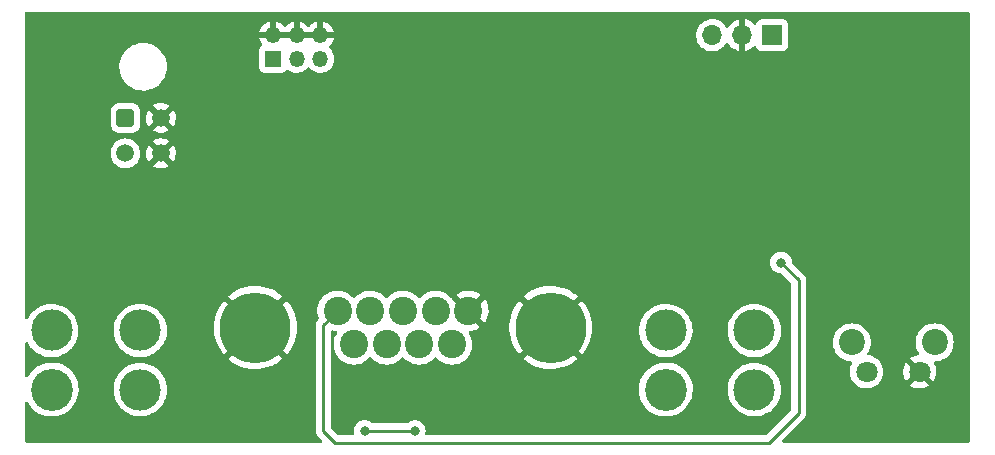
<source format=gbl>
%TF.GenerationSoftware,KiCad,Pcbnew,(5.99.0-8090-ga1d7a959f7)*%
%TF.CreationDate,2021-08-13T15:37:55+01:00*%
%TF.ProjectId,conio-b,636f6e69-6f2d-4622-9e6b-696361645f70,rev?*%
%TF.SameCoordinates,Original*%
%TF.FileFunction,Copper,L2,Bot*%
%TF.FilePolarity,Positive*%
%FSLAX46Y46*%
G04 Gerber Fmt 4.6, Leading zero omitted, Abs format (unit mm)*
G04 Created by KiCad (PCBNEW (5.99.0-8090-ga1d7a959f7)) date 2021-08-13 15:37:55*
%MOMM*%
%LPD*%
G01*
G04 APERTURE LIST*
G04 Aperture macros list*
%AMRoundRect*
0 Rectangle with rounded corners*
0 $1 Rounding radius*
0 $2 $3 $4 $5 $6 $7 $8 $9 X,Y pos of 4 corners*
0 Add a 4 corners polygon primitive as box body*
4,1,4,$2,$3,$4,$5,$6,$7,$8,$9,$2,$3,0*
0 Add four circle primitives for the rounded corners*
1,1,$1+$1,$2,$3,0*
1,1,$1+$1,$4,$5,0*
1,1,$1+$1,$6,$7,0*
1,1,$1+$1,$8,$9,0*
0 Add four rect primitives between the rounded corners*
20,1,$1+$1,$2,$3,$4,$5,0*
20,1,$1+$1,$4,$5,$6,$7,0*
20,1,$1+$1,$6,$7,$8,$9,0*
20,1,$1+$1,$8,$9,$2,$3,0*%
G04 Aperture macros list end*
%TA.AperFunction,ComponentPad*%
%ADD10C,3.500000*%
%TD*%
%TA.AperFunction,ComponentPad*%
%ADD11C,3.550000*%
%TD*%
%TA.AperFunction,ComponentPad*%
%ADD12C,6.000000*%
%TD*%
%TA.AperFunction,ComponentPad*%
%ADD13C,2.400000*%
%TD*%
%TA.AperFunction,ComponentPad*%
%ADD14R,1.350000X1.350000*%
%TD*%
%TA.AperFunction,ComponentPad*%
%ADD15O,1.350000X1.350000*%
%TD*%
%TA.AperFunction,ComponentPad*%
%ADD16R,1.700000X1.700000*%
%TD*%
%TA.AperFunction,ComponentPad*%
%ADD17O,1.700000X1.700000*%
%TD*%
%TA.AperFunction,ComponentPad*%
%ADD18RoundRect,0.250001X-0.499999X-0.499999X0.499999X-0.499999X0.499999X0.499999X-0.499999X0.499999X0*%
%TD*%
%TA.AperFunction,ComponentPad*%
%ADD19C,1.500000*%
%TD*%
%TA.AperFunction,ComponentPad*%
%ADD20C,2.200000*%
%TD*%
%TA.AperFunction,ComponentPad*%
%ADD21C,1.800000*%
%TD*%
%TA.AperFunction,ViaPad*%
%ADD22C,0.800000*%
%TD*%
%TA.AperFunction,Conductor*%
%ADD23C,0.250000*%
%TD*%
G04 APERTURE END LIST*
D10*
%TO.P,H2,1*%
%TO.N,N/C*%
X118068750Y-110087500D03*
X125568750Y-115087500D03*
X125568750Y-110087500D03*
D11*
X118068750Y-115087500D03*
%TD*%
D12*
%TO.P,J1,0,PAD*%
%TO.N,GND*%
X135323750Y-109837500D03*
X160313750Y-109837500D03*
D13*
%TO.P,J1,1,1*%
%TO.N,+3V3*%
X142278750Y-108417500D03*
%TO.P,J1,2,2*%
%TO.N,Net-(D1-Pad1)*%
X145048750Y-108417500D03*
%TO.P,J1,3,3*%
%TO.N,Net-(D1-Pad2)*%
X147818750Y-108417500D03*
%TO.P,J1,4,4*%
%TO.N,Net-(D2-Pad1)*%
X150588750Y-108417500D03*
%TO.P,J1,5,5*%
%TO.N,GND*%
X153358750Y-108417500D03*
%TO.P,J1,6,6*%
%TO.N,Net-(J1-Pad6)*%
X143663750Y-111257500D03*
%TO.P,J1,7,7*%
%TO.N,Net-(J1-Pad7)*%
X146433750Y-111257500D03*
%TO.P,J1,8,8*%
%TO.N,Net-(J1-Pad8)*%
X149203750Y-111257500D03*
%TO.P,J1,9,9*%
%TO.N,Net-(J1-Pad9)*%
X151973750Y-111257500D03*
%TD*%
D10*
%TO.P,H1,1*%
%TO.N,N/C*%
X177568750Y-115087500D03*
D11*
X170068750Y-115087500D03*
D10*
X177568750Y-110087500D03*
X170068750Y-110087500D03*
%TD*%
D14*
%TO.P,J3,1,Pin_1*%
%TO.N,/PWR_LED*%
X136818750Y-87087500D03*
D15*
%TO.P,J3,2,Pin_2*%
%TO.N,GND*%
X136818750Y-85087500D03*
%TO.P,J3,3,Pin_3*%
%TO.N,/PWR_BTN*%
X138818750Y-87087500D03*
%TO.P,J3,4,Pin_4*%
%TO.N,GND*%
X138818750Y-85087500D03*
%TO.P,J3,5,Pin_5*%
%TO.N,/RST_BTN*%
X140818750Y-87087500D03*
%TO.P,J3,6,Pin_6*%
%TO.N,GND*%
X140818750Y-85087500D03*
%TD*%
D16*
%TO.P,J4,1,Pin_1*%
%TO.N,/TX*%
X179068750Y-85087500D03*
D17*
%TO.P,J4,2,Pin_2*%
%TO.N,GND*%
X176528750Y-85087500D03*
%TO.P,J4,3,Pin_3*%
%TO.N,/RX*%
X173988750Y-85087500D03*
%TD*%
D18*
%TO.P,J2,1,Pin_1*%
%TO.N,/PWR_LED*%
X124318750Y-92087500D03*
D19*
%TO.P,J2,2,Pin_2*%
%TO.N,GND*%
X127318750Y-92087500D03*
%TO.P,J2,3,Pin_3*%
%TO.N,/PWR_BTN*%
X124318750Y-95087500D03*
%TO.P,J2,4,Pin_4*%
%TO.N,GND*%
X127318750Y-95087500D03*
%TD*%
D20*
%TO.P,SW1,*%
%TO.N,*%
X185813750Y-111097500D03*
X192823750Y-111097500D03*
D21*
%TO.P,SW1,1,1*%
%TO.N,/RST_BTN*%
X187068750Y-113587500D03*
%TO.P,SW1,2,2*%
%TO.N,GND*%
X191568750Y-113587500D03*
%TD*%
D22*
%TO.N,GND*%
X156568750Y-89087500D03*
X143568750Y-100337500D03*
X180068750Y-106337500D03*
X150068750Y-91587500D03*
X149318750Y-100337500D03*
X152818750Y-100337500D03*
X142568750Y-91087500D03*
X146318750Y-100337500D03*
%TO.N,Net-(J1-Pad6)*%
X148818750Y-118587500D03*
X144568750Y-118587500D03*
%TO.N,+3V3*%
X179818750Y-104337500D03*
%TD*%
D23*
%TO.N,Net-(J1-Pad6)*%
X144568750Y-118587500D02*
X148818750Y-118587500D01*
%TO.N,+3V3*%
X141068750Y-109627500D02*
X141068750Y-118587500D01*
X181318750Y-117087500D02*
X181318750Y-105837500D01*
X178818750Y-119587500D02*
X181318750Y-117087500D01*
X181318750Y-105837500D02*
X179818750Y-104337500D01*
X142278750Y-108417500D02*
X141068750Y-109627500D01*
X141068750Y-118587500D02*
X142068750Y-119587500D01*
X142068750Y-119587500D02*
X178818750Y-119587500D01*
%TD*%
%TA.AperFunction,Conductor*%
%TO.N,GND*%
G36*
X195752871Y-83115502D02*
G01*
X195799364Y-83169158D01*
X195810750Y-83221500D01*
X195810750Y-119453500D01*
X195790748Y-119521621D01*
X195737092Y-119568114D01*
X195684750Y-119579500D01*
X180026844Y-119579500D01*
X179958723Y-119559498D01*
X179912230Y-119505842D01*
X179902126Y-119435568D01*
X179931620Y-119370988D01*
X179937749Y-119364405D01*
X180721220Y-118580935D01*
X181711277Y-117590878D01*
X181719356Y-117583527D01*
X181725744Y-117579473D01*
X181771594Y-117530648D01*
X181774349Y-117527806D01*
X181794688Y-117507467D01*
X181797338Y-117504051D01*
X181805048Y-117495023D01*
X181829880Y-117468580D01*
X181835307Y-117462801D01*
X181839124Y-117455857D01*
X181839128Y-117455852D01*
X181845066Y-117445050D01*
X181855922Y-117428523D01*
X181863474Y-117418787D01*
X181868333Y-117412523D01*
X181885892Y-117371948D01*
X181891107Y-117361302D01*
X181912412Y-117322548D01*
X181917452Y-117302919D01*
X181923851Y-117284229D01*
X181931897Y-117265636D01*
X181938318Y-117225096D01*
X181938813Y-117221972D01*
X181941220Y-117210351D01*
X181950737Y-117173282D01*
X181950737Y-117173281D01*
X181952215Y-117167525D01*
X181952250Y-117166969D01*
X181952250Y-117147047D01*
X181953801Y-117127336D01*
X181955694Y-117115384D01*
X181956934Y-117107556D01*
X181952809Y-117063917D01*
X181952250Y-117052060D01*
X181952250Y-111097500D01*
X184200250Y-111097500D01*
X184220115Y-111349907D01*
X184221269Y-111354714D01*
X184221270Y-111354720D01*
X184258884Y-111511394D01*
X184279220Y-111596099D01*
X184281113Y-111600670D01*
X184281114Y-111600672D01*
X184356519Y-111782714D01*
X184376111Y-111830014D01*
X184508401Y-112045892D01*
X184511612Y-112049652D01*
X184511616Y-112049657D01*
X184628174Y-112186128D01*
X184672833Y-112238417D01*
X184676595Y-112241630D01*
X184861593Y-112399634D01*
X184861598Y-112399638D01*
X184865358Y-112402849D01*
X185081236Y-112535139D01*
X185085806Y-112537032D01*
X185085810Y-112537034D01*
X185310578Y-112630136D01*
X185315151Y-112632030D01*
X185399856Y-112652366D01*
X185556530Y-112689980D01*
X185556536Y-112689981D01*
X185561343Y-112691135D01*
X185739038Y-112705120D01*
X185743587Y-112705478D01*
X185809928Y-112730764D01*
X185852068Y-112787902D01*
X185856627Y-112858752D01*
X185843203Y-112893422D01*
X185830817Y-112915181D01*
X185785607Y-112994604D01*
X185704054Y-113219277D01*
X185661523Y-113454478D01*
X185660721Y-113538028D01*
X185659281Y-113688103D01*
X185659229Y-113693482D01*
X185660078Y-113698752D01*
X185660078Y-113698754D01*
X185684820Y-113852363D01*
X185697237Y-113929457D01*
X185698962Y-113934509D01*
X185698962Y-113934510D01*
X185772669Y-114150403D01*
X185774461Y-114155653D01*
X185888693Y-114365605D01*
X186036666Y-114553307D01*
X186214149Y-114713395D01*
X186218662Y-114716254D01*
X186218664Y-114716255D01*
X186282998Y-114757004D01*
X186416068Y-114841290D01*
X186514474Y-114882353D01*
X186630585Y-114930804D01*
X186636650Y-114933335D01*
X186764996Y-114962848D01*
X186864379Y-114985701D01*
X186864383Y-114985702D01*
X186869586Y-114986898D01*
X186874919Y-114987201D01*
X186874920Y-114987201D01*
X186988901Y-114993673D01*
X187108217Y-115000449D01*
X187113524Y-114999849D01*
X187113526Y-114999849D01*
X187243050Y-114985206D01*
X187345720Y-114973599D01*
X187350835Y-114972118D01*
X187350839Y-114972117D01*
X187570180Y-114908600D01*
X187570185Y-114908598D01*
X187575303Y-114907116D01*
X187790402Y-114802901D01*
X187869055Y-114746694D01*
X190774386Y-114746694D01*
X190780458Y-114754805D01*
X190911784Y-114837986D01*
X190921230Y-114842903D01*
X191131878Y-114930804D01*
X191142006Y-114934055D01*
X191364451Y-114985206D01*
X191374990Y-114986706D01*
X191602869Y-114999646D01*
X191613512Y-114999349D01*
X191840313Y-114973709D01*
X191850748Y-114971625D01*
X192070006Y-114908131D01*
X192079923Y-114904324D01*
X192285342Y-114804799D01*
X192294489Y-114799368D01*
X192353772Y-114757004D01*
X192362175Y-114746281D01*
X192355195Y-114733155D01*
X191581562Y-113959522D01*
X191567618Y-113951908D01*
X191565785Y-113952039D01*
X191559170Y-113956290D01*
X190781146Y-114734314D01*
X190774386Y-114746694D01*
X187869055Y-114746694D01*
X187984867Y-114663934D01*
X188058014Y-114590146D01*
X188149385Y-114497975D01*
X188149386Y-114497974D01*
X188153138Y-114494189D01*
X188290402Y-114298519D01*
X188392736Y-114082518D01*
X188457213Y-113852363D01*
X188465812Y-113769865D01*
X188474333Y-113688103D01*
X190159778Y-113688103D01*
X190160576Y-113698716D01*
X190196874Y-113924074D01*
X190199445Y-113934383D01*
X190273195Y-114150403D01*
X190277469Y-114160139D01*
X190386560Y-114360642D01*
X190392414Y-114369520D01*
X190396673Y-114374923D01*
X190408598Y-114383394D01*
X190420134Y-114376906D01*
X191196728Y-113600312D01*
X191204342Y-113586368D01*
X191204211Y-113584535D01*
X191199960Y-113577920D01*
X190419301Y-112797261D01*
X190406118Y-112790062D01*
X190400208Y-112794287D01*
X190288701Y-112990174D01*
X190284238Y-112999834D01*
X190206358Y-113214391D01*
X190203587Y-113224659D01*
X190162971Y-113449271D01*
X190161970Y-113459864D01*
X190159778Y-113688103D01*
X188474333Y-113688103D01*
X188481683Y-113617583D01*
X188481683Y-113617580D01*
X188481990Y-113614636D01*
X188482250Y-113587500D01*
X188481999Y-113584535D01*
X188470789Y-113452429D01*
X188462042Y-113349340D01*
X188460701Y-113344172D01*
X188403336Y-113123155D01*
X188403334Y-113123150D01*
X188401995Y-113117990D01*
X188346414Y-112994604D01*
X188306017Y-112904926D01*
X188306016Y-112904923D01*
X188303827Y-112900065D01*
X188170344Y-112701796D01*
X188132240Y-112661852D01*
X188009042Y-112532708D01*
X188005363Y-112528851D01*
X187973691Y-112505286D01*
X187869714Y-112427925D01*
X190773348Y-112427925D01*
X190777030Y-112436570D01*
X192714803Y-114374343D01*
X192726594Y-114380782D01*
X192738590Y-114371509D01*
X192786902Y-114302641D01*
X192792256Y-114293441D01*
X192889983Y-114087166D01*
X192893707Y-114077206D01*
X192955281Y-113857412D01*
X192957276Y-113846956D01*
X192981182Y-113617576D01*
X192981518Y-113611660D01*
X192981722Y-113590463D01*
X192981500Y-113584552D01*
X192962000Y-113354736D01*
X192960210Y-113344264D01*
X192902866Y-113123327D01*
X192899331Y-113113287D01*
X192805581Y-112905171D01*
X192798257Y-112892014D01*
X192782602Y-112822764D01*
X192806872Y-112756045D01*
X192863360Y-112713038D01*
X192898464Y-112705120D01*
X192956484Y-112700554D01*
X193076157Y-112691135D01*
X193080964Y-112689981D01*
X193080970Y-112689980D01*
X193237644Y-112652366D01*
X193322349Y-112632030D01*
X193326922Y-112630136D01*
X193551690Y-112537034D01*
X193551694Y-112537032D01*
X193556264Y-112535139D01*
X193772142Y-112402849D01*
X193775902Y-112399638D01*
X193775907Y-112399634D01*
X193960905Y-112241630D01*
X193964667Y-112238417D01*
X194009326Y-112186128D01*
X194125884Y-112049657D01*
X194125888Y-112049652D01*
X194129099Y-112045892D01*
X194261389Y-111830014D01*
X194280982Y-111782714D01*
X194356386Y-111600672D01*
X194356387Y-111600670D01*
X194358280Y-111596099D01*
X194378616Y-111511394D01*
X194416230Y-111354720D01*
X194416231Y-111354714D01*
X194417385Y-111349907D01*
X194437250Y-111097500D01*
X194417385Y-110845093D01*
X194404360Y-110790837D01*
X194359435Y-110603713D01*
X194358280Y-110598901D01*
X194356386Y-110594328D01*
X194263284Y-110369560D01*
X194263282Y-110369556D01*
X194261389Y-110364986D01*
X194129099Y-110149108D01*
X194125888Y-110145348D01*
X194125884Y-110145343D01*
X193967880Y-109960345D01*
X193964667Y-109956583D01*
X193830432Y-109841935D01*
X193775907Y-109795366D01*
X193775902Y-109795362D01*
X193772142Y-109792151D01*
X193556264Y-109659861D01*
X193551694Y-109657968D01*
X193551690Y-109657966D01*
X193326922Y-109564864D01*
X193326920Y-109564863D01*
X193322349Y-109562970D01*
X193233832Y-109541719D01*
X193080970Y-109505020D01*
X193080964Y-109505019D01*
X193076157Y-109503865D01*
X192823750Y-109484000D01*
X192571343Y-109503865D01*
X192566536Y-109505019D01*
X192566530Y-109505020D01*
X192413668Y-109541719D01*
X192325151Y-109562970D01*
X192320580Y-109564863D01*
X192320578Y-109564864D01*
X192095810Y-109657966D01*
X192095806Y-109657968D01*
X192091236Y-109659861D01*
X191875358Y-109792151D01*
X191871598Y-109795362D01*
X191871593Y-109795366D01*
X191817068Y-109841935D01*
X191682833Y-109956583D01*
X191679620Y-109960345D01*
X191521616Y-110145343D01*
X191521612Y-110145348D01*
X191518401Y-110149108D01*
X191386111Y-110364986D01*
X191384218Y-110369556D01*
X191384216Y-110369560D01*
X191291114Y-110594328D01*
X191289220Y-110598901D01*
X191288065Y-110603713D01*
X191243141Y-110790837D01*
X191230115Y-110845093D01*
X191210250Y-111097500D01*
X191230115Y-111349907D01*
X191231269Y-111354714D01*
X191231270Y-111354720D01*
X191268884Y-111511394D01*
X191289220Y-111596099D01*
X191291113Y-111600670D01*
X191291114Y-111600672D01*
X191366519Y-111782714D01*
X191386111Y-111830014D01*
X191388697Y-111834234D01*
X191487080Y-111994781D01*
X191505618Y-112063315D01*
X191484161Y-112130992D01*
X191429522Y-112176324D01*
X191394994Y-112185678D01*
X191391324Y-112186128D01*
X191167937Y-112233000D01*
X191157740Y-112236060D01*
X190945449Y-112319897D01*
X190935917Y-112324628D01*
X190782855Y-112417508D01*
X190773348Y-112427925D01*
X187869714Y-112427925D01*
X187817884Y-112389363D01*
X187813602Y-112386177D01*
X187808851Y-112383761D01*
X187808847Y-112383759D01*
X187605299Y-112280270D01*
X187605298Y-112280270D01*
X187600543Y-112277852D01*
X187372278Y-112206974D01*
X187358130Y-112205099D01*
X187238979Y-112189306D01*
X187174077Y-112160526D01*
X187135038Y-112101227D01*
X187134255Y-112030235D01*
X187148102Y-111998563D01*
X187170840Y-111961459D01*
X187251389Y-111830014D01*
X187270982Y-111782714D01*
X187346386Y-111600672D01*
X187346387Y-111600670D01*
X187348280Y-111596099D01*
X187368616Y-111511394D01*
X187406230Y-111354720D01*
X187406231Y-111354714D01*
X187407385Y-111349907D01*
X187427250Y-111097500D01*
X187407385Y-110845093D01*
X187394360Y-110790837D01*
X187349435Y-110603713D01*
X187348280Y-110598901D01*
X187346386Y-110594328D01*
X187253284Y-110369560D01*
X187253282Y-110369556D01*
X187251389Y-110364986D01*
X187119099Y-110149108D01*
X187115888Y-110145348D01*
X187115884Y-110145343D01*
X186957880Y-109960345D01*
X186954667Y-109956583D01*
X186820432Y-109841935D01*
X186765907Y-109795366D01*
X186765902Y-109795362D01*
X186762142Y-109792151D01*
X186546264Y-109659861D01*
X186541694Y-109657968D01*
X186541690Y-109657966D01*
X186316922Y-109564864D01*
X186316920Y-109564863D01*
X186312349Y-109562970D01*
X186223832Y-109541719D01*
X186070970Y-109505020D01*
X186070964Y-109505019D01*
X186066157Y-109503865D01*
X185813750Y-109484000D01*
X185561343Y-109503865D01*
X185556536Y-109505019D01*
X185556530Y-109505020D01*
X185403668Y-109541719D01*
X185315151Y-109562970D01*
X185310580Y-109564863D01*
X185310578Y-109564864D01*
X185085810Y-109657966D01*
X185085806Y-109657968D01*
X185081236Y-109659861D01*
X184865358Y-109792151D01*
X184861598Y-109795362D01*
X184861593Y-109795366D01*
X184807068Y-109841935D01*
X184672833Y-109956583D01*
X184669620Y-109960345D01*
X184511616Y-110145343D01*
X184511612Y-110145348D01*
X184508401Y-110149108D01*
X184376111Y-110364986D01*
X184374218Y-110369556D01*
X184374216Y-110369560D01*
X184281114Y-110594328D01*
X184279220Y-110598901D01*
X184278065Y-110603713D01*
X184233141Y-110790837D01*
X184220115Y-110845093D01*
X184200250Y-111097500D01*
X181952250Y-111097500D01*
X181952250Y-105915883D01*
X181952764Y-105904979D01*
X181954416Y-105897588D01*
X181952312Y-105830646D01*
X181952250Y-105826689D01*
X181952250Y-105797922D01*
X181951709Y-105793637D01*
X181950776Y-105781796D01*
X181949637Y-105745536D01*
X181949637Y-105745535D01*
X181949388Y-105737616D01*
X181947178Y-105730008D01*
X181947177Y-105730003D01*
X181943737Y-105718161D01*
X181939729Y-105698807D01*
X181938184Y-105686579D01*
X181937190Y-105678712D01*
X181934273Y-105671344D01*
X181934271Y-105671337D01*
X181920913Y-105637599D01*
X181917068Y-105626369D01*
X181906947Y-105591531D01*
X181906946Y-105591530D01*
X181904736Y-105583921D01*
X181894426Y-105566488D01*
X181885732Y-105548741D01*
X181878272Y-105529900D01*
X181852283Y-105494129D01*
X181845767Y-105484210D01*
X181826296Y-105451287D01*
X181823263Y-105446158D01*
X181822894Y-105445740D01*
X181808812Y-105431658D01*
X181795978Y-105416633D01*
X181784196Y-105400417D01*
X181750414Y-105372470D01*
X181741635Y-105364481D01*
X180765868Y-104388714D01*
X180731842Y-104326402D01*
X180729653Y-104312790D01*
X180712978Y-104154137D01*
X180712978Y-104154136D01*
X180712288Y-104147573D01*
X180653274Y-103965946D01*
X180557787Y-103800558D01*
X180430001Y-103658637D01*
X180424659Y-103654756D01*
X180424657Y-103654754D01*
X180280842Y-103550267D01*
X180280841Y-103550266D01*
X180275500Y-103546386D01*
X180269472Y-103543702D01*
X180269470Y-103543701D01*
X180107068Y-103471395D01*
X180107067Y-103471395D01*
X180101037Y-103468710D01*
X180007637Y-103448857D01*
X179920694Y-103430376D01*
X179920689Y-103430376D01*
X179914237Y-103429004D01*
X179723263Y-103429004D01*
X179716811Y-103430376D01*
X179716806Y-103430376D01*
X179629863Y-103448857D01*
X179536463Y-103468710D01*
X179530433Y-103471395D01*
X179530432Y-103471395D01*
X179368030Y-103543701D01*
X179368028Y-103543702D01*
X179362000Y-103546386D01*
X179356659Y-103550266D01*
X179356658Y-103550267D01*
X179212843Y-103654754D01*
X179212841Y-103654756D01*
X179207499Y-103658637D01*
X179079713Y-103800558D01*
X178984226Y-103965946D01*
X178925212Y-104147573D01*
X178905250Y-104337500D01*
X178925212Y-104527427D01*
X178984226Y-104709054D01*
X179079713Y-104874442D01*
X179207499Y-105016363D01*
X179212841Y-105020244D01*
X179212843Y-105020246D01*
X179356658Y-105124733D01*
X179362000Y-105128614D01*
X179368028Y-105131298D01*
X179368030Y-105131299D01*
X179530432Y-105203605D01*
X179536463Y-105206290D01*
X179629863Y-105226143D01*
X179716806Y-105244624D01*
X179716811Y-105244624D01*
X179723263Y-105245996D01*
X179779152Y-105245996D01*
X179847273Y-105265998D01*
X179868247Y-105282901D01*
X180648346Y-106063000D01*
X180682372Y-106125312D01*
X180685251Y-106152095D01*
X180685250Y-116772905D01*
X180665248Y-116841026D01*
X180648345Y-116862000D01*
X178593251Y-118917095D01*
X178530939Y-118951120D01*
X178504156Y-118954000D01*
X149828340Y-118954000D01*
X149760219Y-118933998D01*
X149713726Y-118880342D01*
X149703622Y-118810068D01*
X149708507Y-118789065D01*
X149710247Y-118783709D01*
X149710247Y-118783708D01*
X149712288Y-118777427D01*
X149732250Y-118587500D01*
X149712288Y-118397573D01*
X149653274Y-118215946D01*
X149557787Y-118050558D01*
X149430001Y-117908637D01*
X149424659Y-117904756D01*
X149424657Y-117904754D01*
X149280842Y-117800267D01*
X149280841Y-117800266D01*
X149275500Y-117796386D01*
X149269472Y-117793702D01*
X149269470Y-117793701D01*
X149107068Y-117721395D01*
X149107067Y-117721395D01*
X149101037Y-117718710D01*
X149007637Y-117698857D01*
X148920694Y-117680376D01*
X148920689Y-117680376D01*
X148914237Y-117679004D01*
X148723263Y-117679004D01*
X148716811Y-117680376D01*
X148716806Y-117680376D01*
X148629863Y-117698857D01*
X148536463Y-117718710D01*
X148530433Y-117721395D01*
X148530432Y-117721395D01*
X148368030Y-117793701D01*
X148368028Y-117793702D01*
X148362000Y-117796386D01*
X148356659Y-117800266D01*
X148356658Y-117800267D01*
X148212843Y-117904754D01*
X148212841Y-117904756D01*
X148207499Y-117908637D01*
X148203078Y-117913547D01*
X148198175Y-117917962D01*
X148197049Y-117916711D01*
X148143750Y-117949549D01*
X148110556Y-117954000D01*
X145276944Y-117954000D01*
X145208823Y-117933998D01*
X145189599Y-117917658D01*
X145189325Y-117917962D01*
X145184422Y-117913547D01*
X145180001Y-117908637D01*
X145174659Y-117904756D01*
X145174657Y-117904754D01*
X145030842Y-117800267D01*
X145030841Y-117800266D01*
X145025500Y-117796386D01*
X145019472Y-117793702D01*
X145019470Y-117793701D01*
X144857068Y-117721395D01*
X144857067Y-117721395D01*
X144851037Y-117718710D01*
X144757637Y-117698857D01*
X144670694Y-117680376D01*
X144670689Y-117680376D01*
X144664237Y-117679004D01*
X144473263Y-117679004D01*
X144466811Y-117680376D01*
X144466806Y-117680376D01*
X144379863Y-117698857D01*
X144286463Y-117718710D01*
X144280433Y-117721395D01*
X144280432Y-117721395D01*
X144118030Y-117793701D01*
X144118028Y-117793702D01*
X144112000Y-117796386D01*
X144106659Y-117800266D01*
X144106658Y-117800267D01*
X143962843Y-117904754D01*
X143962841Y-117904756D01*
X143957499Y-117908637D01*
X143829713Y-118050558D01*
X143734226Y-118215946D01*
X143675212Y-118397573D01*
X143655250Y-118587500D01*
X143675212Y-118777427D01*
X143677253Y-118783708D01*
X143677253Y-118783709D01*
X143678993Y-118789065D01*
X143681020Y-118860032D01*
X143644357Y-118920830D01*
X143580645Y-118952155D01*
X143559160Y-118954000D01*
X142383344Y-118954000D01*
X142315223Y-118933998D01*
X142294249Y-118917095D01*
X141739155Y-118362001D01*
X141705129Y-118299689D01*
X141702250Y-118272906D01*
X141702250Y-115183332D01*
X167782257Y-115183332D01*
X167782709Y-115187491D01*
X167782709Y-115187495D01*
X167814094Y-115476396D01*
X167815017Y-115484894D01*
X167816013Y-115488951D01*
X167816014Y-115488954D01*
X167884518Y-115767848D01*
X167887373Y-115779473D01*
X167998053Y-116061896D01*
X168145113Y-116327199D01*
X168147596Y-116330542D01*
X168147599Y-116330547D01*
X168316159Y-116557511D01*
X168325970Y-116570722D01*
X168537445Y-116788187D01*
X168540723Y-116790767D01*
X168540728Y-116790771D01*
X168763570Y-116966130D01*
X168775823Y-116975772D01*
X168779429Y-116977904D01*
X168779431Y-116977906D01*
X168876656Y-117035404D01*
X169036917Y-117130183D01*
X169316139Y-117248705D01*
X169608583Y-117329258D01*
X169612728Y-117329826D01*
X169612729Y-117329826D01*
X169623753Y-117331336D01*
X169909112Y-117370425D01*
X169913288Y-117370440D01*
X169913294Y-117370440D01*
X170063399Y-117370964D01*
X170212446Y-117371484D01*
X170513255Y-117332416D01*
X170762482Y-117265636D01*
X170802218Y-117254989D01*
X170802222Y-117254988D01*
X170806255Y-117253907D01*
X171062969Y-117147047D01*
X171082438Y-117138943D01*
X171082441Y-117138942D01*
X171086298Y-117137336D01*
X171089901Y-117135239D01*
X171089905Y-117135237D01*
X171222604Y-117058004D01*
X171348463Y-116984752D01*
X171588145Y-116798836D01*
X171591086Y-116795854D01*
X171798194Y-116585834D01*
X171798199Y-116585829D01*
X171801133Y-116582853D01*
X171983685Y-116340598D01*
X172132594Y-116076328D01*
X172245243Y-115794685D01*
X172250019Y-115775813D01*
X172318627Y-115504672D01*
X172319653Y-115500618D01*
X172320176Y-115496105D01*
X172354190Y-115202126D01*
X172354518Y-115199293D01*
X172354807Y-115187495D01*
X172354934Y-115182286D01*
X175307235Y-115182286D01*
X175307687Y-115186445D01*
X175307687Y-115186449D01*
X175309258Y-115200904D01*
X175339638Y-115480553D01*
X175340634Y-115484610D01*
X175340635Y-115484613D01*
X175344454Y-115500159D01*
X175411203Y-115771914D01*
X175520674Y-116051251D01*
X175666127Y-116313657D01*
X175668610Y-116317000D01*
X175668613Y-116317005D01*
X175683434Y-116336961D01*
X175845008Y-116554519D01*
X176054173Y-116769608D01*
X176057451Y-116772188D01*
X176057456Y-116772192D01*
X176171582Y-116862000D01*
X176289947Y-116955144D01*
X176293552Y-116957276D01*
X176293555Y-116957278D01*
X176390132Y-117014393D01*
X176548189Y-117107868D01*
X176824360Y-117225096D01*
X177113610Y-117304769D01*
X177117755Y-117305337D01*
X177117756Y-117305337D01*
X177128524Y-117306812D01*
X177410856Y-117345486D01*
X177415032Y-117345501D01*
X177415038Y-117345501D01*
X177563416Y-117346018D01*
X177710876Y-117346533D01*
X178008399Y-117307892D01*
X178298198Y-117230241D01*
X178302040Y-117228642D01*
X178302048Y-117228639D01*
X178571331Y-117116547D01*
X178575182Y-117114944D01*
X178578779Y-117112850D01*
X178578786Y-117112847D01*
X178795267Y-116986851D01*
X178834483Y-116964027D01*
X178849276Y-116952553D01*
X179068230Y-116782714D01*
X179068231Y-116782713D01*
X179071547Y-116780141D01*
X179263160Y-116585834D01*
X179279269Y-116569499D01*
X179279274Y-116569494D01*
X179282208Y-116566518D01*
X179293774Y-116551169D01*
X179460254Y-116330243D01*
X179460256Y-116330240D01*
X179462766Y-116326909D01*
X179550086Y-116171942D01*
X179607998Y-116069165D01*
X179608001Y-116069159D01*
X179610048Y-116065526D01*
X179721466Y-115786960D01*
X179724390Y-115775407D01*
X179760587Y-115632357D01*
X179795064Y-115496105D01*
X179795892Y-115488954D01*
X179829220Y-115200904D01*
X179829548Y-115198071D01*
X179829807Y-115187495D01*
X179832180Y-115090355D01*
X179832250Y-115087500D01*
X179812366Y-114788138D01*
X179753065Y-114494035D01*
X179655387Y-114210358D01*
X179630240Y-114160139D01*
X179522922Y-113945831D01*
X179522921Y-113945829D01*
X179521050Y-113942093D01*
X179352412Y-113693950D01*
X179152438Y-113470291D01*
X178924640Y-113275045D01*
X178810921Y-113201195D01*
X178676530Y-113113920D01*
X178676525Y-113113917D01*
X178673020Y-113111641D01*
X178600366Y-113077142D01*
X178426541Y-112994604D01*
X178402000Y-112982951D01*
X178116340Y-112891236D01*
X177821060Y-112838106D01*
X177654890Y-112830560D01*
X177525517Y-112824685D01*
X177525512Y-112824685D01*
X177521347Y-112824496D01*
X177517199Y-112824859D01*
X177517195Y-112824859D01*
X177325494Y-112841631D01*
X177222467Y-112850645D01*
X177218395Y-112851555D01*
X177218390Y-112851556D01*
X176933749Y-112915181D01*
X176933746Y-112915182D01*
X176929670Y-112916093D01*
X176648102Y-113019690D01*
X176644414Y-113021634D01*
X176644406Y-113021638D01*
X176451536Y-113123327D01*
X176382708Y-113159616D01*
X176138152Y-113333413D01*
X176135103Y-113336257D01*
X176135096Y-113336262D01*
X176013960Y-113449224D01*
X175918730Y-113538028D01*
X175916077Y-113541257D01*
X175916073Y-113541262D01*
X175755782Y-113736404D01*
X175728296Y-113769865D01*
X175726090Y-113773422D01*
X175726087Y-113773427D01*
X175673962Y-113857496D01*
X175570198Y-114024851D01*
X175447212Y-114298507D01*
X175428689Y-114360642D01*
X175362690Y-114582028D01*
X175362688Y-114582036D01*
X175361499Y-114586025D01*
X175360847Y-114590142D01*
X175360846Y-114590146D01*
X175315220Y-114878222D01*
X175314566Y-114882353D01*
X175307235Y-115182286D01*
X172354934Y-115182286D01*
X172357180Y-115090355D01*
X172357250Y-115087500D01*
X172337147Y-114784831D01*
X172277190Y-114487480D01*
X172183130Y-114214309D01*
X172179799Y-114204635D01*
X172179799Y-114204634D01*
X172178434Y-114200671D01*
X172153363Y-114150604D01*
X172044485Y-113933180D01*
X172044484Y-113933178D01*
X172042613Y-113929442D01*
X171872113Y-113678559D01*
X171869328Y-113675444D01*
X171672715Y-113455543D01*
X171672709Y-113455537D01*
X171669930Y-113452429D01*
X171666246Y-113449271D01*
X171466145Y-113277764D01*
X171439616Y-113255026D01*
X171436113Y-113252751D01*
X171188716Y-113092090D01*
X171188713Y-113092088D01*
X171185217Y-113089818D01*
X170911203Y-112959707D01*
X170907220Y-112958428D01*
X170907217Y-112958427D01*
X170626368Y-112868256D01*
X170622388Y-112866978D01*
X170323847Y-112813262D01*
X170155637Y-112805624D01*
X170024993Y-112799691D01*
X170024988Y-112799691D01*
X170020823Y-112799502D01*
X170016675Y-112799865D01*
X170016670Y-112799865D01*
X169894748Y-112810532D01*
X169718642Y-112825939D01*
X169529328Y-112868256D01*
X169429833Y-112890496D01*
X169422612Y-112892110D01*
X169418689Y-112893554D01*
X169418687Y-112893554D01*
X169261031Y-112951560D01*
X169137933Y-112996851D01*
X169134233Y-112998802D01*
X169134228Y-112998804D01*
X168898050Y-113123327D01*
X168869608Y-113138323D01*
X168622351Y-113314040D01*
X168400505Y-113520914D01*
X168207969Y-113755312D01*
X168048124Y-114013114D01*
X168046408Y-114016931D01*
X168046407Y-114016934D01*
X168043063Y-114024375D01*
X167923780Y-114289793D01*
X167870941Y-114467037D01*
X167864148Y-114489827D01*
X167837121Y-114580486D01*
X167789669Y-114880087D01*
X167788350Y-114934055D01*
X167784530Y-115090355D01*
X167782257Y-115183332D01*
X141702250Y-115183332D01*
X141702250Y-111362941D01*
X141716905Y-111313029D01*
X141706382Y-111295568D01*
X141702250Y-111263566D01*
X141702250Y-110196105D01*
X141722252Y-110127984D01*
X141775908Y-110081491D01*
X141846182Y-110071387D01*
X141857330Y-110073507D01*
X142010700Y-110109904D01*
X142015471Y-110110292D01*
X142015477Y-110110293D01*
X142140318Y-110120447D01*
X142206593Y-110145906D01*
X142248583Y-110203154D01*
X142252956Y-110274016D01*
X142231456Y-110320888D01*
X142212207Y-110346949D01*
X142204330Y-110361920D01*
X142131599Y-110500159D01*
X142091177Y-110576987D01*
X142006337Y-110822686D01*
X141959637Y-111078390D01*
X141959499Y-111083172D01*
X141959499Y-111083174D01*
X141954198Y-111267194D01*
X141939491Y-111312420D01*
X141949146Y-111327443D01*
X141953297Y-111347476D01*
X141980755Y-111569499D01*
X141984055Y-111596186D01*
X141985353Y-111600789D01*
X141985354Y-111600793D01*
X141990305Y-111618346D01*
X142054612Y-111846361D01*
X142056594Y-111850720D01*
X142158148Y-112074075D01*
X142162199Y-112082985D01*
X142304339Y-112300613D01*
X142391051Y-112397425D01*
X142466622Y-112481797D01*
X142477763Y-112494236D01*
X142567371Y-112567972D01*
X142674773Y-112656351D01*
X142674778Y-112656354D01*
X142678479Y-112659400D01*
X142901868Y-112792302D01*
X143014486Y-112837917D01*
X143138349Y-112888087D01*
X143138353Y-112888088D01*
X143142789Y-112889885D01*
X143395700Y-112949904D01*
X143400471Y-112950292D01*
X143400477Y-112950293D01*
X143641555Y-112969901D01*
X143654778Y-112970977D01*
X143659552Y-112970639D01*
X143909279Y-112952957D01*
X143909282Y-112952956D01*
X143914063Y-112952618D01*
X143926057Y-112949904D01*
X144162927Y-112896306D01*
X144162931Y-112896305D01*
X144167588Y-112895251D01*
X144409518Y-112800196D01*
X144413650Y-112797796D01*
X144413654Y-112797794D01*
X144630150Y-112672043D01*
X144634287Y-112669640D01*
X144836721Y-112506588D01*
X144956041Y-112376145D01*
X145016778Y-112339381D01*
X145087749Y-112341290D01*
X145142865Y-112377120D01*
X145247763Y-112494236D01*
X145337371Y-112567972D01*
X145444773Y-112656351D01*
X145444778Y-112656354D01*
X145448479Y-112659400D01*
X145671868Y-112792302D01*
X145784486Y-112837917D01*
X145908349Y-112888087D01*
X145908353Y-112888088D01*
X145912789Y-112889885D01*
X146165700Y-112949904D01*
X146170471Y-112950292D01*
X146170477Y-112950293D01*
X146411555Y-112969901D01*
X146424778Y-112970977D01*
X146429552Y-112970639D01*
X146679279Y-112952957D01*
X146679282Y-112952956D01*
X146684063Y-112952618D01*
X146696057Y-112949904D01*
X146932927Y-112896306D01*
X146932931Y-112896305D01*
X146937588Y-112895251D01*
X147179518Y-112800196D01*
X147183650Y-112797796D01*
X147183654Y-112797794D01*
X147400150Y-112672043D01*
X147404287Y-112669640D01*
X147606721Y-112506588D01*
X147726041Y-112376145D01*
X147786778Y-112339381D01*
X147857749Y-112341290D01*
X147912865Y-112377120D01*
X148017763Y-112494236D01*
X148107371Y-112567972D01*
X148214773Y-112656351D01*
X148214778Y-112656354D01*
X148218479Y-112659400D01*
X148441868Y-112792302D01*
X148554486Y-112837917D01*
X148678349Y-112888087D01*
X148678353Y-112888088D01*
X148682789Y-112889885D01*
X148935700Y-112949904D01*
X148940471Y-112950292D01*
X148940477Y-112950293D01*
X149181555Y-112969901D01*
X149194778Y-112970977D01*
X149199552Y-112970639D01*
X149449279Y-112952957D01*
X149449282Y-112952956D01*
X149454063Y-112952618D01*
X149466057Y-112949904D01*
X149702927Y-112896306D01*
X149702931Y-112896305D01*
X149707588Y-112895251D01*
X149949518Y-112800196D01*
X149953650Y-112797796D01*
X149953654Y-112797794D01*
X150170150Y-112672043D01*
X150174287Y-112669640D01*
X150376721Y-112506588D01*
X150496041Y-112376145D01*
X150556778Y-112339381D01*
X150627749Y-112341290D01*
X150682865Y-112377120D01*
X150787763Y-112494236D01*
X150877371Y-112567972D01*
X150984773Y-112656351D01*
X150984778Y-112656354D01*
X150988479Y-112659400D01*
X151211868Y-112792302D01*
X151324486Y-112837917D01*
X151448349Y-112888087D01*
X151448353Y-112888088D01*
X151452789Y-112889885D01*
X151705700Y-112949904D01*
X151710471Y-112950292D01*
X151710477Y-112950293D01*
X151951555Y-112969901D01*
X151964778Y-112970977D01*
X151969552Y-112970639D01*
X152219279Y-112952957D01*
X152219282Y-112952956D01*
X152224063Y-112952618D01*
X152236057Y-112949904D01*
X152472927Y-112896306D01*
X152472931Y-112896305D01*
X152477588Y-112895251D01*
X152719518Y-112800196D01*
X152723650Y-112797796D01*
X152723654Y-112797794D01*
X152940150Y-112672043D01*
X152944287Y-112669640D01*
X153146721Y-112506588D01*
X153159926Y-112492152D01*
X158024555Y-112492152D01*
X158031014Y-112501513D01*
X158138765Y-112596009D01*
X158144011Y-112600137D01*
X158444216Y-112811516D01*
X158449870Y-112815063D01*
X158770823Y-112993336D01*
X158776835Y-112996268D01*
X159114920Y-113139429D01*
X159121204Y-113141703D01*
X159472571Y-113248122D01*
X159479072Y-113249720D01*
X159839772Y-113318200D01*
X159846394Y-113319095D01*
X160212310Y-113348857D01*
X160219016Y-113349045D01*
X160586022Y-113339756D01*
X160592704Y-113339230D01*
X160956650Y-113290992D01*
X160963230Y-113289761D01*
X161319982Y-113203123D01*
X161326410Y-113201195D01*
X161671926Y-113077142D01*
X161678122Y-113074537D01*
X162008490Y-112914476D01*
X162014377Y-112911226D01*
X162325879Y-112716955D01*
X162331362Y-112713116D01*
X162596894Y-112505286D01*
X162605364Y-112493450D01*
X162598837Y-112481797D01*
X160326562Y-110209522D01*
X160312618Y-110201908D01*
X160310785Y-110202039D01*
X160304170Y-110206290D01*
X158032069Y-112478391D01*
X158024555Y-112492152D01*
X153159926Y-112492152D01*
X153322163Y-112314791D01*
X153466575Y-112098664D01*
X153478068Y-112074075D01*
X153574604Y-111867521D01*
X153574605Y-111867518D01*
X153576633Y-111863179D01*
X153601282Y-111779159D01*
X153648460Y-111618346D01*
X153648461Y-111618343D01*
X153649806Y-111613757D01*
X153684409Y-111356136D01*
X153684589Y-111349907D01*
X153687155Y-111260796D01*
X153687250Y-111257500D01*
X153676828Y-111120488D01*
X153667897Y-111003082D01*
X153667896Y-111003077D01*
X153667534Y-110998315D01*
X153608841Y-110745094D01*
X153512520Y-110503664D01*
X153445566Y-110389771D01*
X153398386Y-110309515D01*
X153381107Y-110240653D01*
X153403800Y-110173381D01*
X153459260Y-110129057D01*
X153498108Y-110119975D01*
X153604207Y-110112463D01*
X153613665Y-110111066D01*
X153857780Y-110055828D01*
X153866887Y-110053026D01*
X153956021Y-110018005D01*
X156805567Y-110018005D01*
X156805917Y-110024691D01*
X156844611Y-110389771D01*
X156845671Y-110396386D01*
X156922944Y-110755304D01*
X156924694Y-110761747D01*
X157039670Y-111110421D01*
X157042102Y-111116658D01*
X157193472Y-111451125D01*
X157196553Y-111457071D01*
X157382605Y-111773556D01*
X157386314Y-111779159D01*
X157604939Y-112074075D01*
X157609207Y-112079234D01*
X157646606Y-112119835D01*
X157660223Y-112128013D01*
X157660682Y-112127999D01*
X157669386Y-112122654D01*
X159941728Y-109850312D01*
X159948105Y-109838632D01*
X160678158Y-109838632D01*
X160678289Y-109840465D01*
X160682540Y-109847080D01*
X162955037Y-112119577D01*
X162968345Y-112126844D01*
X162978384Y-112119722D01*
X163128239Y-111939541D01*
X163132250Y-111934160D01*
X163335676Y-111628558D01*
X163339088Y-111622789D01*
X163508898Y-111297281D01*
X163511668Y-111291203D01*
X163645927Y-110949491D01*
X163648038Y-110943144D01*
X163745222Y-110589115D01*
X163746650Y-110582566D01*
X163805664Y-110220205D01*
X163806386Y-110213560D01*
X163808107Y-110182286D01*
X167807235Y-110182286D01*
X167807687Y-110186445D01*
X167807687Y-110186449D01*
X167829776Y-110389771D01*
X167839638Y-110480553D01*
X167840634Y-110484610D01*
X167840635Y-110484613D01*
X167908706Y-110761747D01*
X167911203Y-110771914D01*
X168020674Y-111051251D01*
X168166127Y-111313657D01*
X168168610Y-111317000D01*
X168168613Y-111317005D01*
X168268220Y-111451125D01*
X168345008Y-111554519D01*
X168554173Y-111769608D01*
X168557451Y-111772188D01*
X168557456Y-111772192D01*
X168667237Y-111858581D01*
X168789947Y-111955144D01*
X169048189Y-112107868D01*
X169324360Y-112225096D01*
X169613610Y-112304769D01*
X169617755Y-112305337D01*
X169617756Y-112305337D01*
X169628524Y-112306812D01*
X169910856Y-112345486D01*
X169915032Y-112345501D01*
X169915038Y-112345501D01*
X170063416Y-112346018D01*
X170210876Y-112346533D01*
X170508399Y-112307892D01*
X170798198Y-112230241D01*
X170802040Y-112228642D01*
X170802048Y-112228639D01*
X171071331Y-112116547D01*
X171075182Y-112114944D01*
X171078779Y-112112850D01*
X171078786Y-112112847D01*
X171281642Y-111994781D01*
X171334483Y-111964027D01*
X171349276Y-111952553D01*
X171568230Y-111782714D01*
X171568231Y-111782713D01*
X171571547Y-111780141D01*
X171668844Y-111681476D01*
X171779269Y-111569499D01*
X171779274Y-111569494D01*
X171782208Y-111566518D01*
X171941809Y-111354720D01*
X171960254Y-111330243D01*
X171960256Y-111330240D01*
X171962766Y-111326909D01*
X172040694Y-111188609D01*
X172107998Y-111069165D01*
X172108001Y-111069159D01*
X172110048Y-111065526D01*
X172221466Y-110786960D01*
X172295064Y-110496105D01*
X172296864Y-110480553D01*
X172329220Y-110200904D01*
X172329548Y-110198071D01*
X172329933Y-110182286D01*
X175307235Y-110182286D01*
X175307687Y-110186445D01*
X175307687Y-110186449D01*
X175329776Y-110389771D01*
X175339638Y-110480553D01*
X175340634Y-110484610D01*
X175340635Y-110484613D01*
X175408706Y-110761747D01*
X175411203Y-110771914D01*
X175520674Y-111051251D01*
X175666127Y-111313657D01*
X175668610Y-111317000D01*
X175668613Y-111317005D01*
X175768220Y-111451125D01*
X175845008Y-111554519D01*
X176054173Y-111769608D01*
X176057451Y-111772188D01*
X176057456Y-111772192D01*
X176167237Y-111858581D01*
X176289947Y-111955144D01*
X176548189Y-112107868D01*
X176824360Y-112225096D01*
X177113610Y-112304769D01*
X177117755Y-112305337D01*
X177117756Y-112305337D01*
X177128524Y-112306812D01*
X177410856Y-112345486D01*
X177415032Y-112345501D01*
X177415038Y-112345501D01*
X177563416Y-112346018D01*
X177710876Y-112346533D01*
X178008399Y-112307892D01*
X178298198Y-112230241D01*
X178302040Y-112228642D01*
X178302048Y-112228639D01*
X178571331Y-112116547D01*
X178575182Y-112114944D01*
X178578779Y-112112850D01*
X178578786Y-112112847D01*
X178781642Y-111994781D01*
X178834483Y-111964027D01*
X178849276Y-111952553D01*
X179068230Y-111782714D01*
X179068231Y-111782713D01*
X179071547Y-111780141D01*
X179168844Y-111681476D01*
X179279269Y-111569499D01*
X179279274Y-111569494D01*
X179282208Y-111566518D01*
X179441809Y-111354720D01*
X179460254Y-111330243D01*
X179460256Y-111330240D01*
X179462766Y-111326909D01*
X179540694Y-111188609D01*
X179607998Y-111069165D01*
X179608001Y-111069159D01*
X179610048Y-111065526D01*
X179721466Y-110786960D01*
X179795064Y-110496105D01*
X179796864Y-110480553D01*
X179829220Y-110200904D01*
X179829548Y-110198071D01*
X179830745Y-110149108D01*
X179831693Y-110110293D01*
X179832250Y-110087500D01*
X179812366Y-109788138D01*
X179753065Y-109494035D01*
X179655387Y-109210358D01*
X179652569Y-109204729D01*
X179522922Y-108945831D01*
X179522921Y-108945829D01*
X179521050Y-108942093D01*
X179352412Y-108693950D01*
X179181656Y-108502969D01*
X179155225Y-108473408D01*
X179155224Y-108473407D01*
X179152438Y-108470291D01*
X178924640Y-108275045D01*
X178752348Y-108163157D01*
X178676530Y-108113920D01*
X178676525Y-108113917D01*
X178673020Y-108111641D01*
X178402000Y-107982951D01*
X178116340Y-107891236D01*
X177821060Y-107838106D01*
X177654890Y-107830560D01*
X177525517Y-107824685D01*
X177525512Y-107824685D01*
X177521347Y-107824496D01*
X177517199Y-107824859D01*
X177517195Y-107824859D01*
X177325494Y-107841631D01*
X177222467Y-107850645D01*
X177218395Y-107851555D01*
X177218390Y-107851556D01*
X176933749Y-107915181D01*
X176933746Y-107915182D01*
X176929670Y-107916093D01*
X176648102Y-108019690D01*
X176644414Y-108021634D01*
X176644406Y-108021638D01*
X176477105Y-108109846D01*
X176382708Y-108159616D01*
X176138152Y-108333413D01*
X176135103Y-108336257D01*
X176135096Y-108336262D01*
X176037707Y-108427080D01*
X175918730Y-108538028D01*
X175916077Y-108541257D01*
X175916073Y-108541262D01*
X175759964Y-108731312D01*
X175728296Y-108769865D01*
X175726090Y-108773422D01*
X175726087Y-108773427D01*
X175643068Y-108907323D01*
X175570198Y-109024851D01*
X175447212Y-109298507D01*
X175446018Y-109302513D01*
X175362690Y-109582028D01*
X175362688Y-109582036D01*
X175361499Y-109586025D01*
X175360847Y-109590142D01*
X175360846Y-109590146D01*
X175315220Y-109878222D01*
X175314566Y-109882353D01*
X175312830Y-109953370D01*
X175307453Y-110173381D01*
X175307235Y-110182286D01*
X172329933Y-110182286D01*
X172330745Y-110149108D01*
X172331693Y-110110293D01*
X172332250Y-110087500D01*
X172312366Y-109788138D01*
X172253065Y-109494035D01*
X172155387Y-109210358D01*
X172152569Y-109204729D01*
X172022922Y-108945831D01*
X172022921Y-108945829D01*
X172021050Y-108942093D01*
X171852412Y-108693950D01*
X171681656Y-108502969D01*
X171655225Y-108473408D01*
X171655224Y-108473407D01*
X171652438Y-108470291D01*
X171424640Y-108275045D01*
X171252348Y-108163157D01*
X171176530Y-108113920D01*
X171176525Y-108113917D01*
X171173020Y-108111641D01*
X170902000Y-107982951D01*
X170616340Y-107891236D01*
X170321060Y-107838106D01*
X170154890Y-107830560D01*
X170025517Y-107824685D01*
X170025512Y-107824685D01*
X170021347Y-107824496D01*
X170017199Y-107824859D01*
X170017195Y-107824859D01*
X169825494Y-107841631D01*
X169722467Y-107850645D01*
X169718395Y-107851555D01*
X169718390Y-107851556D01*
X169433749Y-107915181D01*
X169433746Y-107915182D01*
X169429670Y-107916093D01*
X169148102Y-108019690D01*
X169144414Y-108021634D01*
X169144406Y-108021638D01*
X168977105Y-108109846D01*
X168882708Y-108159616D01*
X168638152Y-108333413D01*
X168635103Y-108336257D01*
X168635096Y-108336262D01*
X168537707Y-108427080D01*
X168418730Y-108538028D01*
X168416077Y-108541257D01*
X168416073Y-108541262D01*
X168259964Y-108731312D01*
X168228296Y-108769865D01*
X168226090Y-108773422D01*
X168226087Y-108773427D01*
X168143068Y-108907323D01*
X168070198Y-109024851D01*
X167947212Y-109298507D01*
X167946018Y-109302513D01*
X167862690Y-109582028D01*
X167862688Y-109582036D01*
X167861499Y-109586025D01*
X167860847Y-109590142D01*
X167860846Y-109590146D01*
X167815220Y-109878222D01*
X167814566Y-109882353D01*
X167812830Y-109953370D01*
X167807453Y-110173381D01*
X167807235Y-110182286D01*
X163808107Y-110182286D01*
X163826652Y-109845318D01*
X163826746Y-109841935D01*
X163826749Y-109839200D01*
X163826660Y-109835811D01*
X163807037Y-109467529D01*
X163806328Y-109460895D01*
X163747946Y-109098431D01*
X163746528Y-109091873D01*
X163649967Y-108737691D01*
X163647857Y-108731312D01*
X163514206Y-108389395D01*
X163511433Y-108383282D01*
X163342196Y-108057488D01*
X163338804Y-108051730D01*
X163135903Y-107745759D01*
X163131902Y-107740372D01*
X162979496Y-107556473D01*
X162966954Y-107548018D01*
X162956247Y-107554213D01*
X160685772Y-109824688D01*
X160678158Y-109838632D01*
X159948105Y-109838632D01*
X159949342Y-109836368D01*
X159949211Y-109834535D01*
X159944960Y-109827920D01*
X157671552Y-107554512D01*
X157657608Y-107546898D01*
X157657092Y-107546934D01*
X157648694Y-107552568D01*
X157613134Y-107591037D01*
X157608841Y-107596208D01*
X157389699Y-107890746D01*
X157385994Y-107896321D01*
X157199387Y-108212486D01*
X157196293Y-108218430D01*
X157044336Y-108552642D01*
X157041897Y-108558867D01*
X156926318Y-108907323D01*
X156924547Y-108913798D01*
X156846652Y-109272559D01*
X156845581Y-109279171D01*
X156806251Y-109644182D01*
X156805888Y-109650880D01*
X156805567Y-110018005D01*
X153956021Y-110018005D01*
X154099851Y-109961494D01*
X154108437Y-109957344D01*
X154324867Y-109831631D01*
X154332727Y-109826229D01*
X154360461Y-109803891D01*
X154368927Y-109791703D01*
X154362563Y-109780523D01*
X153000672Y-108418632D01*
X153723158Y-108418632D01*
X153723289Y-108420465D01*
X153727540Y-108427080D01*
X154721264Y-109420804D01*
X154732610Y-109427000D01*
X154745099Y-109417118D01*
X154848479Y-109262399D01*
X154853166Y-109254081D01*
X154959142Y-109027332D01*
X154962510Y-109018420D01*
X155032971Y-108778241D01*
X155034954Y-108768913D01*
X155068473Y-108519361D01*
X155069005Y-108512823D01*
X155071655Y-108420795D01*
X155071500Y-108414210D01*
X155052403Y-108163157D01*
X155050961Y-108153734D01*
X154994445Y-107909907D01*
X154991589Y-107900795D01*
X154898846Y-107668334D01*
X154894643Y-107659754D01*
X154767809Y-107444001D01*
X154762350Y-107436148D01*
X154745500Y-107415450D01*
X154733177Y-107406984D01*
X154722173Y-107413287D01*
X153730772Y-108404688D01*
X153723158Y-108418632D01*
X153000672Y-108418632D01*
X151997599Y-107415559D01*
X151980837Y-107406406D01*
X151943512Y-107375370D01*
X151880413Y-107297864D01*
X151831679Y-107238004D01*
X151638966Y-107063569D01*
X151625487Y-107054664D01*
X151609083Y-107043827D01*
X152350181Y-107043827D01*
X152357058Y-107056598D01*
X153345938Y-108045478D01*
X153359882Y-108053092D01*
X153361715Y-108052961D01*
X153368330Y-108048710D01*
X154231942Y-107185098D01*
X158024524Y-107185098D01*
X158030381Y-107194921D01*
X160300938Y-109465478D01*
X160314882Y-109473092D01*
X160316715Y-109472961D01*
X160323330Y-109468710D01*
X162598139Y-107193901D01*
X162605133Y-107181093D01*
X162597291Y-107170359D01*
X162336381Y-106965412D01*
X162330901Y-106961561D01*
X162019731Y-106766742D01*
X162013865Y-106763491D01*
X161683754Y-106602842D01*
X161677594Y-106600239D01*
X161332279Y-106475578D01*
X161325855Y-106473638D01*
X160969260Y-106386379D01*
X160962671Y-106385134D01*
X160598800Y-106336261D01*
X160592146Y-106335726D01*
X160225145Y-106325795D01*
X160218444Y-106325970D01*
X159852482Y-106355093D01*
X159845835Y-106355980D01*
X159485022Y-106423830D01*
X159478535Y-106425412D01*
X159126978Y-106531219D01*
X159120669Y-106533490D01*
X158782356Y-106676052D01*
X158776330Y-106678977D01*
X158455084Y-106856681D01*
X158449396Y-106860235D01*
X158148843Y-107071075D01*
X158143577Y-107075204D01*
X158032927Y-107171901D01*
X158024524Y-107185098D01*
X154231942Y-107185098D01*
X154362376Y-107054664D01*
X154369136Y-107042284D01*
X154362575Y-107033519D01*
X154195835Y-106923365D01*
X154187497Y-106918724D01*
X153960206Y-106813942D01*
X153951252Y-106810612D01*
X153710718Y-106741412D01*
X153701385Y-106739480D01*
X153453138Y-106707459D01*
X153443624Y-106706961D01*
X153193394Y-106712857D01*
X153183911Y-106713804D01*
X152937453Y-106757482D01*
X152928213Y-106759855D01*
X152691205Y-106840309D01*
X152682434Y-106844050D01*
X152460317Y-106959431D01*
X152452217Y-106964453D01*
X152358609Y-107032838D01*
X152350181Y-107043827D01*
X151609083Y-107043827D01*
X151426079Y-106922929D01*
X151422086Y-106920291D01*
X151417746Y-106918290D01*
X151417742Y-106918288D01*
X151190380Y-106813473D01*
X151190377Y-106813472D01*
X151186028Y-106811467D01*
X151181426Y-106810143D01*
X150940819Y-106740923D01*
X150940815Y-106740922D01*
X150936226Y-106739602D01*
X150931491Y-106738991D01*
X150931485Y-106738990D01*
X150683165Y-106706959D01*
X150678428Y-106706348D01*
X150540662Y-106709595D01*
X150423346Y-106712359D01*
X150423341Y-106712359D01*
X150418566Y-106712472D01*
X150338680Y-106726630D01*
X150167324Y-106756999D01*
X150167320Y-106757000D01*
X150162620Y-106757833D01*
X149916480Y-106841386D01*
X149685811Y-106961209D01*
X149475921Y-107114544D01*
X149472529Y-107117918D01*
X149472527Y-107117920D01*
X149395122Y-107194921D01*
X149291639Y-107297864D01*
X149290367Y-107296585D01*
X149237160Y-107330922D01*
X149166163Y-107331056D01*
X149103721Y-107289644D01*
X149064701Y-107241716D01*
X149061679Y-107238004D01*
X148868966Y-107063569D01*
X148855487Y-107054664D01*
X148656079Y-106922929D01*
X148652086Y-106920291D01*
X148647746Y-106918290D01*
X148647742Y-106918288D01*
X148420380Y-106813473D01*
X148420377Y-106813472D01*
X148416028Y-106811467D01*
X148411426Y-106810143D01*
X148170819Y-106740923D01*
X148170815Y-106740922D01*
X148166226Y-106739602D01*
X148161491Y-106738991D01*
X148161485Y-106738990D01*
X147913165Y-106706959D01*
X147908428Y-106706348D01*
X147770662Y-106709595D01*
X147653346Y-106712359D01*
X147653341Y-106712359D01*
X147648566Y-106712472D01*
X147568680Y-106726630D01*
X147397324Y-106756999D01*
X147397320Y-106757000D01*
X147392620Y-106757833D01*
X147146480Y-106841386D01*
X146915811Y-106961209D01*
X146705921Y-107114544D01*
X146702529Y-107117918D01*
X146702527Y-107117920D01*
X146625122Y-107194921D01*
X146521639Y-107297864D01*
X146520367Y-107296585D01*
X146467160Y-107330922D01*
X146396163Y-107331056D01*
X146333721Y-107289644D01*
X146294701Y-107241716D01*
X146291679Y-107238004D01*
X146098966Y-107063569D01*
X146085487Y-107054664D01*
X145886079Y-106922929D01*
X145882086Y-106920291D01*
X145877746Y-106918290D01*
X145877742Y-106918288D01*
X145650380Y-106813473D01*
X145650377Y-106813472D01*
X145646028Y-106811467D01*
X145641426Y-106810143D01*
X145400819Y-106740923D01*
X145400815Y-106740922D01*
X145396226Y-106739602D01*
X145391491Y-106738991D01*
X145391485Y-106738990D01*
X145143165Y-106706959D01*
X145138428Y-106706348D01*
X145000662Y-106709595D01*
X144883346Y-106712359D01*
X144883341Y-106712359D01*
X144878566Y-106712472D01*
X144798680Y-106726630D01*
X144627324Y-106756999D01*
X144627320Y-106757000D01*
X144622620Y-106757833D01*
X144376480Y-106841386D01*
X144145811Y-106961209D01*
X143935921Y-107114544D01*
X143932529Y-107117918D01*
X143932527Y-107117920D01*
X143855122Y-107194921D01*
X143751639Y-107297864D01*
X143750367Y-107296585D01*
X143697160Y-107330922D01*
X143626163Y-107331056D01*
X143563721Y-107289644D01*
X143524701Y-107241716D01*
X143521679Y-107238004D01*
X143328966Y-107063569D01*
X143315487Y-107054664D01*
X143116079Y-106922929D01*
X143112086Y-106920291D01*
X143107746Y-106918290D01*
X143107742Y-106918288D01*
X142880380Y-106813473D01*
X142880377Y-106813472D01*
X142876028Y-106811467D01*
X142871426Y-106810143D01*
X142630819Y-106740923D01*
X142630815Y-106740922D01*
X142626226Y-106739602D01*
X142621491Y-106738991D01*
X142621485Y-106738990D01*
X142373165Y-106706959D01*
X142368428Y-106706348D01*
X142230662Y-106709595D01*
X142113346Y-106712359D01*
X142113341Y-106712359D01*
X142108566Y-106712472D01*
X142028680Y-106726630D01*
X141857324Y-106756999D01*
X141857320Y-106757000D01*
X141852620Y-106757833D01*
X141606480Y-106841386D01*
X141375811Y-106961209D01*
X141165921Y-107114544D01*
X141162529Y-107117918D01*
X141162527Y-107117920D01*
X140985032Y-107294488D01*
X140985028Y-107294493D01*
X140981639Y-107297864D01*
X140827207Y-107506949D01*
X140706177Y-107736987D01*
X140704616Y-107741508D01*
X140644647Y-107915181D01*
X140621337Y-107982686D01*
X140574637Y-108238390D01*
X140574499Y-108243172D01*
X140574499Y-108243174D01*
X140573581Y-108275045D01*
X140567152Y-108498217D01*
X140573883Y-108552642D01*
X140596768Y-108737691D01*
X140599055Y-108756186D01*
X140600353Y-108760789D01*
X140600354Y-108760793D01*
X140605275Y-108778241D01*
X140669612Y-109006361D01*
X140671594Y-109010721D01*
X140671598Y-109010731D01*
X140671677Y-109010905D01*
X140671687Y-109010974D01*
X140673238Y-109015213D01*
X140672336Y-109015543D01*
X140681658Y-109081197D01*
X140648823Y-109149298D01*
X140615887Y-109184372D01*
X140613131Y-109187215D01*
X140592812Y-109207534D01*
X140590388Y-109210659D01*
X140590381Y-109210667D01*
X140590161Y-109210951D01*
X140582453Y-109219976D01*
X140552193Y-109252200D01*
X140546586Y-109262399D01*
X140542437Y-109269946D01*
X140531586Y-109286465D01*
X140524028Y-109296209D01*
X140524025Y-109296214D01*
X140519167Y-109302477D01*
X140516018Y-109309755D01*
X140501611Y-109343047D01*
X140496388Y-109353708D01*
X140475088Y-109392453D01*
X140473116Y-109400135D01*
X140473115Y-109400136D01*
X140470048Y-109412078D01*
X140463648Y-109430773D01*
X140455603Y-109449365D01*
X140454363Y-109457194D01*
X140448687Y-109493029D01*
X140446280Y-109504650D01*
X140436763Y-109541719D01*
X140435285Y-109547476D01*
X140435250Y-109548032D01*
X140435250Y-109567954D01*
X140433699Y-109587663D01*
X140430566Y-109607445D01*
X140431312Y-109615337D01*
X140434691Y-109651083D01*
X140435250Y-109662941D01*
X140435251Y-114087341D01*
X140435251Y-118509100D01*
X140434736Y-118520020D01*
X140433084Y-118527412D01*
X140433333Y-118535335D01*
X140435189Y-118594384D01*
X140435251Y-118598342D01*
X140435251Y-118627078D01*
X140435746Y-118630995D01*
X140435790Y-118631344D01*
X140436722Y-118643178D01*
X140438112Y-118687383D01*
X140440325Y-118694999D01*
X140440325Y-118695001D01*
X140443764Y-118706839D01*
X140447773Y-118726198D01*
X140450311Y-118746288D01*
X140453231Y-118753663D01*
X140466583Y-118787389D01*
X140470428Y-118798618D01*
X140482764Y-118841078D01*
X140486799Y-118847901D01*
X140493077Y-118858517D01*
X140501773Y-118876269D01*
X140509229Y-118895100D01*
X140513891Y-118901516D01*
X140535218Y-118930871D01*
X140541733Y-118940789D01*
X140564237Y-118978841D01*
X140564605Y-118979259D01*
X140578688Y-118993342D01*
X140591529Y-119008375D01*
X140603305Y-119024583D01*
X140609412Y-119029635D01*
X140637080Y-119052524D01*
X140645860Y-119060514D01*
X140949751Y-119364405D01*
X140983777Y-119426717D01*
X140978712Y-119497532D01*
X140936165Y-119554368D01*
X140869645Y-119579179D01*
X140860656Y-119579500D01*
X115952750Y-119579500D01*
X115884629Y-119559498D01*
X115838136Y-119505842D01*
X115826750Y-119453500D01*
X115826750Y-116240063D01*
X115846752Y-116171942D01*
X115900408Y-116125449D01*
X115970682Y-116115345D01*
X116035262Y-116144839D01*
X116062952Y-116178977D01*
X116145113Y-116327199D01*
X116147596Y-116330542D01*
X116147599Y-116330547D01*
X116316159Y-116557511D01*
X116325970Y-116570722D01*
X116537445Y-116788187D01*
X116540723Y-116790767D01*
X116540728Y-116790771D01*
X116763570Y-116966130D01*
X116775823Y-116975772D01*
X116779429Y-116977904D01*
X116779431Y-116977906D01*
X116876656Y-117035404D01*
X117036917Y-117130183D01*
X117316139Y-117248705D01*
X117608583Y-117329258D01*
X117612728Y-117329826D01*
X117612729Y-117329826D01*
X117623753Y-117331336D01*
X117909112Y-117370425D01*
X117913288Y-117370440D01*
X117913294Y-117370440D01*
X118063399Y-117370964D01*
X118212446Y-117371484D01*
X118513255Y-117332416D01*
X118762482Y-117265636D01*
X118802218Y-117254989D01*
X118802222Y-117254988D01*
X118806255Y-117253907D01*
X119062969Y-117147047D01*
X119082438Y-117138943D01*
X119082441Y-117138942D01*
X119086298Y-117137336D01*
X119089901Y-117135239D01*
X119089905Y-117135237D01*
X119222604Y-117058004D01*
X119348463Y-116984752D01*
X119588145Y-116798836D01*
X119591086Y-116795854D01*
X119798194Y-116585834D01*
X119798199Y-116585829D01*
X119801133Y-116582853D01*
X119983685Y-116340598D01*
X120132594Y-116076328D01*
X120245243Y-115794685D01*
X120250019Y-115775813D01*
X120318627Y-115504672D01*
X120319653Y-115500618D01*
X120320176Y-115496105D01*
X120354190Y-115202126D01*
X120354518Y-115199293D01*
X120354807Y-115187495D01*
X120354934Y-115182286D01*
X123307235Y-115182286D01*
X123307687Y-115186445D01*
X123307687Y-115186449D01*
X123309258Y-115200904D01*
X123339638Y-115480553D01*
X123340634Y-115484610D01*
X123340635Y-115484613D01*
X123344454Y-115500159D01*
X123411203Y-115771914D01*
X123520674Y-116051251D01*
X123666127Y-116313657D01*
X123668610Y-116317000D01*
X123668613Y-116317005D01*
X123683434Y-116336961D01*
X123845008Y-116554519D01*
X124054173Y-116769608D01*
X124057451Y-116772188D01*
X124057456Y-116772192D01*
X124171582Y-116862000D01*
X124289947Y-116955144D01*
X124293552Y-116957276D01*
X124293555Y-116957278D01*
X124390132Y-117014393D01*
X124548189Y-117107868D01*
X124824360Y-117225096D01*
X125113610Y-117304769D01*
X125117755Y-117305337D01*
X125117756Y-117305337D01*
X125128524Y-117306812D01*
X125410856Y-117345486D01*
X125415032Y-117345501D01*
X125415038Y-117345501D01*
X125563416Y-117346018D01*
X125710876Y-117346533D01*
X126008399Y-117307892D01*
X126298198Y-117230241D01*
X126302040Y-117228642D01*
X126302048Y-117228639D01*
X126571331Y-117116547D01*
X126575182Y-117114944D01*
X126578779Y-117112850D01*
X126578786Y-117112847D01*
X126795267Y-116986851D01*
X126834483Y-116964027D01*
X126849276Y-116952553D01*
X127068230Y-116782714D01*
X127068231Y-116782713D01*
X127071547Y-116780141D01*
X127263160Y-116585834D01*
X127279269Y-116569499D01*
X127279274Y-116569494D01*
X127282208Y-116566518D01*
X127293774Y-116551169D01*
X127460254Y-116330243D01*
X127460256Y-116330240D01*
X127462766Y-116326909D01*
X127550086Y-116171942D01*
X127607998Y-116069165D01*
X127608001Y-116069159D01*
X127610048Y-116065526D01*
X127721466Y-115786960D01*
X127724390Y-115775407D01*
X127760587Y-115632357D01*
X127795064Y-115496105D01*
X127795892Y-115488954D01*
X127829220Y-115200904D01*
X127829548Y-115198071D01*
X127829807Y-115187495D01*
X127832180Y-115090355D01*
X127832250Y-115087500D01*
X127812366Y-114788138D01*
X127753065Y-114494035D01*
X127655387Y-114210358D01*
X127630240Y-114160139D01*
X127522922Y-113945831D01*
X127522921Y-113945829D01*
X127521050Y-113942093D01*
X127352412Y-113693950D01*
X127152438Y-113470291D01*
X126924640Y-113275045D01*
X126810921Y-113201195D01*
X126676530Y-113113920D01*
X126676525Y-113113917D01*
X126673020Y-113111641D01*
X126600366Y-113077142D01*
X126426541Y-112994604D01*
X126402000Y-112982951D01*
X126116340Y-112891236D01*
X125821060Y-112838106D01*
X125654890Y-112830560D01*
X125525517Y-112824685D01*
X125525512Y-112824685D01*
X125521347Y-112824496D01*
X125517199Y-112824859D01*
X125517195Y-112824859D01*
X125325494Y-112841631D01*
X125222467Y-112850645D01*
X125218395Y-112851555D01*
X125218390Y-112851556D01*
X124933749Y-112915181D01*
X124933746Y-112915182D01*
X124929670Y-112916093D01*
X124648102Y-113019690D01*
X124644414Y-113021634D01*
X124644406Y-113021638D01*
X124451536Y-113123327D01*
X124382708Y-113159616D01*
X124138152Y-113333413D01*
X124135103Y-113336257D01*
X124135096Y-113336262D01*
X124013960Y-113449224D01*
X123918730Y-113538028D01*
X123916077Y-113541257D01*
X123916073Y-113541262D01*
X123755782Y-113736404D01*
X123728296Y-113769865D01*
X123726090Y-113773422D01*
X123726087Y-113773427D01*
X123673962Y-113857496D01*
X123570198Y-114024851D01*
X123447212Y-114298507D01*
X123428689Y-114360642D01*
X123362690Y-114582028D01*
X123362688Y-114582036D01*
X123361499Y-114586025D01*
X123360847Y-114590142D01*
X123360846Y-114590146D01*
X123315220Y-114878222D01*
X123314566Y-114882353D01*
X123307235Y-115182286D01*
X120354934Y-115182286D01*
X120357180Y-115090355D01*
X120357250Y-115087500D01*
X120337147Y-114784831D01*
X120277190Y-114487480D01*
X120183130Y-114214309D01*
X120179799Y-114204635D01*
X120179799Y-114204634D01*
X120178434Y-114200671D01*
X120153363Y-114150604D01*
X120044485Y-113933180D01*
X120044484Y-113933178D01*
X120042613Y-113929442D01*
X119872113Y-113678559D01*
X119869328Y-113675444D01*
X119672715Y-113455543D01*
X119672709Y-113455537D01*
X119669930Y-113452429D01*
X119666246Y-113449271D01*
X119466145Y-113277764D01*
X119439616Y-113255026D01*
X119436113Y-113252751D01*
X119188716Y-113092090D01*
X119188713Y-113092088D01*
X119185217Y-113089818D01*
X118911203Y-112959707D01*
X118907220Y-112958428D01*
X118907217Y-112958427D01*
X118626368Y-112868256D01*
X118622388Y-112866978D01*
X118323847Y-112813262D01*
X118155637Y-112805624D01*
X118024993Y-112799691D01*
X118024988Y-112799691D01*
X118020823Y-112799502D01*
X118016675Y-112799865D01*
X118016670Y-112799865D01*
X117894748Y-112810532D01*
X117718642Y-112825939D01*
X117529328Y-112868256D01*
X117429833Y-112890496D01*
X117422612Y-112892110D01*
X117418689Y-112893554D01*
X117418687Y-112893554D01*
X117261031Y-112951560D01*
X117137933Y-112996851D01*
X117134233Y-112998802D01*
X117134228Y-112998804D01*
X116898050Y-113123327D01*
X116869608Y-113138323D01*
X116622351Y-113314040D01*
X116400505Y-113520914D01*
X116207969Y-113755312D01*
X116085993Y-113952039D01*
X116059836Y-113994225D01*
X116006940Y-114041580D01*
X115936839Y-114052819D01*
X115871789Y-114024375D01*
X115832444Y-113965278D01*
X115826750Y-113927828D01*
X115826750Y-112492152D01*
X133034555Y-112492152D01*
X133041014Y-112501513D01*
X133148765Y-112596009D01*
X133154011Y-112600137D01*
X133454216Y-112811516D01*
X133459870Y-112815063D01*
X133780823Y-112993336D01*
X133786835Y-112996268D01*
X134124920Y-113139429D01*
X134131204Y-113141703D01*
X134482571Y-113248122D01*
X134489072Y-113249720D01*
X134849772Y-113318200D01*
X134856394Y-113319095D01*
X135222310Y-113348857D01*
X135229016Y-113349045D01*
X135596022Y-113339756D01*
X135602704Y-113339230D01*
X135966650Y-113290992D01*
X135973230Y-113289761D01*
X136329982Y-113203123D01*
X136336410Y-113201195D01*
X136681926Y-113077142D01*
X136688122Y-113074537D01*
X137018490Y-112914476D01*
X137024377Y-112911226D01*
X137335879Y-112716955D01*
X137341362Y-112713116D01*
X137606894Y-112505286D01*
X137615364Y-112493450D01*
X137608837Y-112481797D01*
X135336562Y-110209522D01*
X135322618Y-110201908D01*
X135320785Y-110202039D01*
X135314170Y-110206290D01*
X133042069Y-112478391D01*
X133034555Y-112492152D01*
X115826750Y-112492152D01*
X115826750Y-111188609D01*
X115846752Y-111120488D01*
X115900408Y-111073995D01*
X115970682Y-111063891D01*
X116035262Y-111093385D01*
X116062952Y-111127523D01*
X116166127Y-111313657D01*
X116168610Y-111317000D01*
X116168613Y-111317005D01*
X116268220Y-111451125D01*
X116345008Y-111554519D01*
X116554173Y-111769608D01*
X116557451Y-111772188D01*
X116557456Y-111772192D01*
X116667237Y-111858581D01*
X116789947Y-111955144D01*
X117048189Y-112107868D01*
X117324360Y-112225096D01*
X117613610Y-112304769D01*
X117617755Y-112305337D01*
X117617756Y-112305337D01*
X117628524Y-112306812D01*
X117910856Y-112345486D01*
X117915032Y-112345501D01*
X117915038Y-112345501D01*
X118063416Y-112346018D01*
X118210876Y-112346533D01*
X118508399Y-112307892D01*
X118798198Y-112230241D01*
X118802040Y-112228642D01*
X118802048Y-112228639D01*
X119071331Y-112116547D01*
X119075182Y-112114944D01*
X119078779Y-112112850D01*
X119078786Y-112112847D01*
X119281642Y-111994781D01*
X119334483Y-111964027D01*
X119349276Y-111952553D01*
X119568230Y-111782714D01*
X119568231Y-111782713D01*
X119571547Y-111780141D01*
X119668844Y-111681476D01*
X119779269Y-111569499D01*
X119779274Y-111569494D01*
X119782208Y-111566518D01*
X119941809Y-111354720D01*
X119960254Y-111330243D01*
X119960256Y-111330240D01*
X119962766Y-111326909D01*
X120040694Y-111188609D01*
X120107998Y-111069165D01*
X120108001Y-111069159D01*
X120110048Y-111065526D01*
X120221466Y-110786960D01*
X120295064Y-110496105D01*
X120296864Y-110480553D01*
X120329220Y-110200904D01*
X120329548Y-110198071D01*
X120329933Y-110182286D01*
X123307235Y-110182286D01*
X123307687Y-110186445D01*
X123307687Y-110186449D01*
X123329776Y-110389771D01*
X123339638Y-110480553D01*
X123340634Y-110484610D01*
X123340635Y-110484613D01*
X123408706Y-110761747D01*
X123411203Y-110771914D01*
X123520674Y-111051251D01*
X123666127Y-111313657D01*
X123668610Y-111317000D01*
X123668613Y-111317005D01*
X123768220Y-111451125D01*
X123845008Y-111554519D01*
X124054173Y-111769608D01*
X124057451Y-111772188D01*
X124057456Y-111772192D01*
X124167237Y-111858581D01*
X124289947Y-111955144D01*
X124548189Y-112107868D01*
X124824360Y-112225096D01*
X125113610Y-112304769D01*
X125117755Y-112305337D01*
X125117756Y-112305337D01*
X125128524Y-112306812D01*
X125410856Y-112345486D01*
X125415032Y-112345501D01*
X125415038Y-112345501D01*
X125563416Y-112346018D01*
X125710876Y-112346533D01*
X126008399Y-112307892D01*
X126298198Y-112230241D01*
X126302040Y-112228642D01*
X126302048Y-112228639D01*
X126571331Y-112116547D01*
X126575182Y-112114944D01*
X126578779Y-112112850D01*
X126578786Y-112112847D01*
X126781642Y-111994781D01*
X126834483Y-111964027D01*
X126849276Y-111952553D01*
X127068230Y-111782714D01*
X127068231Y-111782713D01*
X127071547Y-111780141D01*
X127168844Y-111681476D01*
X127279269Y-111569499D01*
X127279274Y-111569494D01*
X127282208Y-111566518D01*
X127441809Y-111354720D01*
X127460254Y-111330243D01*
X127460256Y-111330240D01*
X127462766Y-111326909D01*
X127540694Y-111188609D01*
X127607998Y-111069165D01*
X127608001Y-111069159D01*
X127610048Y-111065526D01*
X127721466Y-110786960D01*
X127795064Y-110496105D01*
X127796864Y-110480553D01*
X127829220Y-110200904D01*
X127829548Y-110198071D01*
X127830745Y-110149108D01*
X127831693Y-110110293D01*
X127832250Y-110087500D01*
X127827635Y-110018005D01*
X131815567Y-110018005D01*
X131815917Y-110024691D01*
X131854611Y-110389771D01*
X131855671Y-110396386D01*
X131932944Y-110755304D01*
X131934694Y-110761747D01*
X132049670Y-111110421D01*
X132052102Y-111116658D01*
X132203472Y-111451125D01*
X132206553Y-111457071D01*
X132392605Y-111773556D01*
X132396314Y-111779159D01*
X132614939Y-112074075D01*
X132619207Y-112079234D01*
X132656606Y-112119835D01*
X132670223Y-112128013D01*
X132670682Y-112127999D01*
X132679386Y-112122654D01*
X134951728Y-109850312D01*
X134958105Y-109838632D01*
X135688158Y-109838632D01*
X135688289Y-109840465D01*
X135692540Y-109847080D01*
X137965037Y-112119577D01*
X137978345Y-112126844D01*
X137988384Y-112119722D01*
X138138239Y-111939541D01*
X138142250Y-111934160D01*
X138345676Y-111628558D01*
X138349088Y-111622789D01*
X138518898Y-111297281D01*
X138521668Y-111291203D01*
X138655927Y-110949491D01*
X138658038Y-110943144D01*
X138755222Y-110589115D01*
X138756650Y-110582566D01*
X138815664Y-110220205D01*
X138816386Y-110213560D01*
X138836652Y-109845318D01*
X138836746Y-109841935D01*
X138836749Y-109839200D01*
X138836660Y-109835811D01*
X138817037Y-109467529D01*
X138816328Y-109460895D01*
X138757946Y-109098431D01*
X138756528Y-109091873D01*
X138659967Y-108737691D01*
X138657857Y-108731312D01*
X138524206Y-108389395D01*
X138521433Y-108383282D01*
X138352196Y-108057488D01*
X138348804Y-108051730D01*
X138145903Y-107745759D01*
X138141902Y-107740372D01*
X137989496Y-107556473D01*
X137976954Y-107548018D01*
X137966247Y-107554213D01*
X135695772Y-109824688D01*
X135688158Y-109838632D01*
X134958105Y-109838632D01*
X134959342Y-109836368D01*
X134959211Y-109834535D01*
X134954960Y-109827920D01*
X132681552Y-107554512D01*
X132667608Y-107546898D01*
X132667092Y-107546934D01*
X132658694Y-107552568D01*
X132623134Y-107591037D01*
X132618841Y-107596208D01*
X132399699Y-107890746D01*
X132395994Y-107896321D01*
X132209387Y-108212486D01*
X132206293Y-108218430D01*
X132054336Y-108552642D01*
X132051897Y-108558867D01*
X131936318Y-108907323D01*
X131934547Y-108913798D01*
X131856652Y-109272559D01*
X131855581Y-109279171D01*
X131816251Y-109644182D01*
X131815888Y-109650880D01*
X131815567Y-110018005D01*
X127827635Y-110018005D01*
X127812366Y-109788138D01*
X127753065Y-109494035D01*
X127655387Y-109210358D01*
X127652569Y-109204729D01*
X127522922Y-108945831D01*
X127522921Y-108945829D01*
X127521050Y-108942093D01*
X127352412Y-108693950D01*
X127181656Y-108502969D01*
X127155225Y-108473408D01*
X127155224Y-108473407D01*
X127152438Y-108470291D01*
X126924640Y-108275045D01*
X126752348Y-108163157D01*
X126676530Y-108113920D01*
X126676525Y-108113917D01*
X126673020Y-108111641D01*
X126402000Y-107982951D01*
X126116340Y-107891236D01*
X125821060Y-107838106D01*
X125654890Y-107830560D01*
X125525517Y-107824685D01*
X125525512Y-107824685D01*
X125521347Y-107824496D01*
X125517199Y-107824859D01*
X125517195Y-107824859D01*
X125325494Y-107841631D01*
X125222467Y-107850645D01*
X125218395Y-107851555D01*
X125218390Y-107851556D01*
X124933749Y-107915181D01*
X124933746Y-107915182D01*
X124929670Y-107916093D01*
X124648102Y-108019690D01*
X124644414Y-108021634D01*
X124644406Y-108021638D01*
X124477105Y-108109846D01*
X124382708Y-108159616D01*
X124138152Y-108333413D01*
X124135103Y-108336257D01*
X124135096Y-108336262D01*
X124037707Y-108427080D01*
X123918730Y-108538028D01*
X123916077Y-108541257D01*
X123916073Y-108541262D01*
X123759964Y-108731312D01*
X123728296Y-108769865D01*
X123726090Y-108773422D01*
X123726087Y-108773427D01*
X123643068Y-108907323D01*
X123570198Y-109024851D01*
X123447212Y-109298507D01*
X123446018Y-109302513D01*
X123362690Y-109582028D01*
X123362688Y-109582036D01*
X123361499Y-109586025D01*
X123360847Y-109590142D01*
X123360846Y-109590146D01*
X123315220Y-109878222D01*
X123314566Y-109882353D01*
X123312830Y-109953370D01*
X123307453Y-110173381D01*
X123307235Y-110182286D01*
X120329933Y-110182286D01*
X120330745Y-110149108D01*
X120331693Y-110110293D01*
X120332250Y-110087500D01*
X120312366Y-109788138D01*
X120253065Y-109494035D01*
X120155387Y-109210358D01*
X120152569Y-109204729D01*
X120022922Y-108945831D01*
X120022921Y-108945829D01*
X120021050Y-108942093D01*
X119852412Y-108693950D01*
X119681656Y-108502969D01*
X119655225Y-108473408D01*
X119655224Y-108473407D01*
X119652438Y-108470291D01*
X119424640Y-108275045D01*
X119252348Y-108163157D01*
X119176530Y-108113920D01*
X119176525Y-108113917D01*
X119173020Y-108111641D01*
X118902000Y-107982951D01*
X118616340Y-107891236D01*
X118321060Y-107838106D01*
X118154890Y-107830560D01*
X118025517Y-107824685D01*
X118025512Y-107824685D01*
X118021347Y-107824496D01*
X118017199Y-107824859D01*
X118017195Y-107824859D01*
X117825494Y-107841631D01*
X117722467Y-107850645D01*
X117718395Y-107851555D01*
X117718390Y-107851556D01*
X117433749Y-107915181D01*
X117433746Y-107915182D01*
X117429670Y-107916093D01*
X117148102Y-108019690D01*
X117144414Y-108021634D01*
X117144406Y-108021638D01*
X116977105Y-108109846D01*
X116882708Y-108159616D01*
X116638152Y-108333413D01*
X116635103Y-108336257D01*
X116635096Y-108336262D01*
X116537707Y-108427080D01*
X116418730Y-108538028D01*
X116416077Y-108541257D01*
X116416073Y-108541262D01*
X116259964Y-108731312D01*
X116228296Y-108769865D01*
X116226090Y-108773422D01*
X116226087Y-108773427D01*
X116143068Y-108907323D01*
X116070198Y-109024851D01*
X116068485Y-109028663D01*
X116068480Y-109028672D01*
X116067675Y-109030464D01*
X116067286Y-109030919D01*
X116066521Y-109032357D01*
X116066200Y-109032187D01*
X116021505Y-109084397D01*
X115953506Y-109104808D01*
X115885266Y-109085215D01*
X115838452Y-109031839D01*
X115826750Y-108978810D01*
X115826750Y-107185098D01*
X133034524Y-107185098D01*
X133040381Y-107194921D01*
X135310938Y-109465478D01*
X135324882Y-109473092D01*
X135326715Y-109472961D01*
X135333330Y-109468710D01*
X137608139Y-107193901D01*
X137615133Y-107181093D01*
X137607291Y-107170359D01*
X137346381Y-106965412D01*
X137340901Y-106961561D01*
X137029731Y-106766742D01*
X137023865Y-106763491D01*
X136693754Y-106602842D01*
X136687594Y-106600239D01*
X136342279Y-106475578D01*
X136335855Y-106473638D01*
X135979260Y-106386379D01*
X135972671Y-106385134D01*
X135608800Y-106336261D01*
X135602146Y-106335726D01*
X135235145Y-106325795D01*
X135228444Y-106325970D01*
X134862482Y-106355093D01*
X134855835Y-106355980D01*
X134495022Y-106423830D01*
X134488535Y-106425412D01*
X134136978Y-106531219D01*
X134130669Y-106533490D01*
X133792356Y-106676052D01*
X133786330Y-106678977D01*
X133465084Y-106856681D01*
X133459396Y-106860235D01*
X133158843Y-107071075D01*
X133153577Y-107075204D01*
X133042927Y-107171901D01*
X133034524Y-107185098D01*
X115826750Y-107185098D01*
X115826750Y-95166836D01*
X123057743Y-95166836D01*
X123091722Y-95388887D01*
X123093539Y-95394194D01*
X123161956Y-95594024D01*
X123164485Y-95601412D01*
X123273734Y-95797692D01*
X123277285Y-95802030D01*
X123277288Y-95802035D01*
X123403163Y-95955825D01*
X123416014Y-95971525D01*
X123420277Y-95975166D01*
X123420282Y-95975171D01*
X123568543Y-96101797D01*
X123586828Y-96117414D01*
X123602918Y-96126816D01*
X123775931Y-96227917D01*
X123775934Y-96227918D01*
X123780778Y-96230749D01*
X123786048Y-96232678D01*
X123786049Y-96232678D01*
X123986468Y-96306021D01*
X123986472Y-96306022D01*
X123991732Y-96307947D01*
X123997249Y-96308910D01*
X123997253Y-96308911D01*
X124177787Y-96340419D01*
X124213023Y-96346569D01*
X124218629Y-96346540D01*
X124218633Y-96346540D01*
X124321687Y-96346000D01*
X124437656Y-96345393D01*
X124445863Y-96343872D01*
X124653010Y-96305479D01*
X124653009Y-96305479D01*
X124658530Y-96304456D01*
X124665057Y-96301990D01*
X124740810Y-96273365D01*
X124868664Y-96225053D01*
X124874227Y-96221724D01*
X125012121Y-96139196D01*
X126631884Y-96139196D01*
X126637165Y-96146251D01*
X126776142Y-96227463D01*
X126786263Y-96232226D01*
X126986598Y-96305538D01*
X126997383Y-96308428D01*
X127207542Y-96345106D01*
X127218674Y-96346041D01*
X127431994Y-96344924D01*
X127443128Y-96343872D01*
X127652876Y-96304997D01*
X127663647Y-96301990D01*
X127863202Y-96226585D01*
X127873258Y-96221724D01*
X127995660Y-96148467D01*
X128005229Y-96138110D01*
X128001686Y-96129646D01*
X127331562Y-95459522D01*
X127317618Y-95451908D01*
X127315785Y-95452039D01*
X127309170Y-95456290D01*
X126638644Y-96126816D01*
X126631884Y-96139196D01*
X125012121Y-96139196D01*
X125061417Y-96109693D01*
X125230694Y-95962023D01*
X125371146Y-95786710D01*
X125478333Y-95589296D01*
X125548867Y-95376021D01*
X125579440Y-95161198D01*
X126058389Y-95161198D01*
X126059091Y-95172350D01*
X126091358Y-95383217D01*
X126094025Y-95394078D01*
X126163125Y-95595900D01*
X126167673Y-95606114D01*
X126256569Y-95765830D01*
X126266622Y-95775721D01*
X126274225Y-95772815D01*
X126946728Y-95100312D01*
X126953105Y-95088632D01*
X127683158Y-95088632D01*
X127683289Y-95090465D01*
X127687540Y-95097080D01*
X128360087Y-95769627D01*
X128372467Y-95776387D01*
X128378731Y-95771698D01*
X128475199Y-95594024D01*
X128479633Y-95583778D01*
X128546620Y-95381229D01*
X128549170Y-95370356D01*
X128579508Y-95157192D01*
X128580114Y-95149974D01*
X128581655Y-95091132D01*
X128581427Y-95083879D01*
X128562288Y-94869437D01*
X128560306Y-94858423D01*
X128504017Y-94652665D01*
X128500123Y-94642192D01*
X128408283Y-94449646D01*
X128402591Y-94440023D01*
X128380904Y-94409841D01*
X128370113Y-94401429D01*
X128357077Y-94408383D01*
X127690772Y-95074688D01*
X127683158Y-95088632D01*
X126953105Y-95088632D01*
X126954342Y-95086368D01*
X126954211Y-95084535D01*
X126949960Y-95077920D01*
X126280520Y-94408480D01*
X126268140Y-94401720D01*
X126260168Y-94407688D01*
X126196390Y-94509359D01*
X126191317Y-94519315D01*
X126111748Y-94717247D01*
X126108517Y-94727947D01*
X126065258Y-94936837D01*
X126063973Y-94947944D01*
X126058389Y-95161198D01*
X125579440Y-95161198D01*
X125580518Y-95153626D01*
X125580921Y-95138249D01*
X125582155Y-95091131D01*
X125582155Y-95091129D01*
X125582250Y-95087500D01*
X125562281Y-94863753D01*
X125503006Y-94647079D01*
X125437207Y-94509127D01*
X125408715Y-94449393D01*
X125408714Y-94449392D01*
X125406298Y-94444326D01*
X125375473Y-94401429D01*
X125278490Y-94266463D01*
X125278488Y-94266461D01*
X125275213Y-94261903D01*
X125113896Y-94105576D01*
X125008703Y-94034889D01*
X126630693Y-94034889D01*
X126637326Y-94046866D01*
X127305938Y-94715478D01*
X127319882Y-94723092D01*
X127321715Y-94722961D01*
X127328330Y-94718710D01*
X127997594Y-94049446D01*
X128003818Y-94038048D01*
X127994007Y-94025614D01*
X127931865Y-93983857D01*
X127922065Y-93978469D01*
X127726738Y-93892725D01*
X127716139Y-93889158D01*
X127508710Y-93839359D01*
X127497648Y-93837726D01*
X127284685Y-93825446D01*
X127273501Y-93825798D01*
X127061731Y-93851426D01*
X127050794Y-93853750D01*
X126846898Y-93916476D01*
X126836554Y-93920697D01*
X126646985Y-94018542D01*
X126638867Y-94023694D01*
X126630693Y-94034889D01*
X125008703Y-94034889D01*
X124927446Y-93980287D01*
X124922298Y-93978027D01*
X124726902Y-93892254D01*
X124726898Y-93892253D01*
X124721755Y-93889995D01*
X124716300Y-93888685D01*
X124716296Y-93888684D01*
X124508780Y-93838863D01*
X124508776Y-93838862D01*
X124503326Y-93837554D01*
X124457894Y-93834934D01*
X124284670Y-93824946D01*
X124284667Y-93824946D01*
X124279063Y-93824623D01*
X124056054Y-93851611D01*
X124050692Y-93853261D01*
X124050690Y-93853261D01*
X123966927Y-93879030D01*
X123841348Y-93917663D01*
X123836368Y-93920233D01*
X123836364Y-93920235D01*
X123720016Y-93980287D01*
X123641733Y-94020692D01*
X123463517Y-94157441D01*
X123312334Y-94323589D01*
X123309352Y-94328343D01*
X123233259Y-94449646D01*
X123192963Y-94513883D01*
X123109177Y-94722308D01*
X123063624Y-94942277D01*
X123057743Y-95166836D01*
X115826750Y-95166836D01*
X115826750Y-91531479D01*
X123060250Y-91531479D01*
X123060250Y-92630385D01*
X123075728Y-92763142D01*
X123136063Y-92929364D01*
X123140074Y-92935481D01*
X123215267Y-93050168D01*
X123233020Y-93077246D01*
X123361396Y-93198858D01*
X123514306Y-93287675D01*
X123683547Y-93338933D01*
X123689987Y-93339508D01*
X123689988Y-93339508D01*
X123759936Y-93345751D01*
X123759942Y-93345751D01*
X123762729Y-93346000D01*
X124861635Y-93346000D01*
X124956855Y-93334898D01*
X124987120Y-93331370D01*
X124987121Y-93331370D01*
X124994392Y-93330522D01*
X125160614Y-93270187D01*
X125263799Y-93202535D01*
X125302376Y-93177243D01*
X125302379Y-93177241D01*
X125308496Y-93173230D01*
X125340736Y-93139196D01*
X126631884Y-93139196D01*
X126637165Y-93146251D01*
X126776142Y-93227463D01*
X126786263Y-93232226D01*
X126986598Y-93305538D01*
X126997383Y-93308428D01*
X127207542Y-93345106D01*
X127218674Y-93346041D01*
X127431994Y-93344924D01*
X127443128Y-93343872D01*
X127652876Y-93304997D01*
X127663647Y-93301990D01*
X127863202Y-93226585D01*
X127873258Y-93221724D01*
X127995660Y-93148467D01*
X128005229Y-93138110D01*
X128001686Y-93129646D01*
X127331562Y-92459522D01*
X127317618Y-92451908D01*
X127315785Y-92452039D01*
X127309170Y-92456290D01*
X126638644Y-93126816D01*
X126631884Y-93139196D01*
X125340736Y-93139196D01*
X125430108Y-93044854D01*
X125518925Y-92891944D01*
X125570183Y-92722703D01*
X125577250Y-92643521D01*
X125577250Y-92161198D01*
X126058389Y-92161198D01*
X126059091Y-92172350D01*
X126091358Y-92383217D01*
X126094025Y-92394078D01*
X126163125Y-92595900D01*
X126167673Y-92606114D01*
X126256569Y-92765830D01*
X126266622Y-92775721D01*
X126274225Y-92772815D01*
X126946728Y-92100312D01*
X126953105Y-92088632D01*
X127683158Y-92088632D01*
X127683289Y-92090465D01*
X127687540Y-92097080D01*
X128360087Y-92769627D01*
X128372467Y-92776387D01*
X128378731Y-92771698D01*
X128475199Y-92594024D01*
X128479633Y-92583778D01*
X128546620Y-92381229D01*
X128549170Y-92370356D01*
X128579508Y-92157192D01*
X128580114Y-92149974D01*
X128581655Y-92091132D01*
X128581427Y-92083879D01*
X128562288Y-91869437D01*
X128560306Y-91858423D01*
X128504017Y-91652665D01*
X128500123Y-91642192D01*
X128408283Y-91449646D01*
X128402591Y-91440023D01*
X128380904Y-91409841D01*
X128370113Y-91401429D01*
X128357077Y-91408383D01*
X127690772Y-92074688D01*
X127683158Y-92088632D01*
X126953105Y-92088632D01*
X126954342Y-92086368D01*
X126954211Y-92084535D01*
X126949960Y-92077920D01*
X126280520Y-91408480D01*
X126268140Y-91401720D01*
X126260168Y-91407688D01*
X126196390Y-91509359D01*
X126191317Y-91519315D01*
X126111748Y-91717247D01*
X126108517Y-91727947D01*
X126065258Y-91936837D01*
X126063973Y-91947944D01*
X126058389Y-92161198D01*
X125577250Y-92161198D01*
X125577250Y-91544615D01*
X125561772Y-91411858D01*
X125501437Y-91245636D01*
X125454488Y-91174028D01*
X125408493Y-91103874D01*
X125408491Y-91103871D01*
X125404480Y-91097754D01*
X125338119Y-91034889D01*
X126630693Y-91034889D01*
X126637326Y-91046866D01*
X127305938Y-91715478D01*
X127319882Y-91723092D01*
X127321715Y-91722961D01*
X127328330Y-91718710D01*
X127997594Y-91049446D01*
X128003818Y-91038048D01*
X127994007Y-91025614D01*
X127931865Y-90983857D01*
X127922065Y-90978469D01*
X127726738Y-90892725D01*
X127716139Y-90889158D01*
X127508710Y-90839359D01*
X127497648Y-90837726D01*
X127284685Y-90825446D01*
X127273501Y-90825798D01*
X127061731Y-90851426D01*
X127050794Y-90853750D01*
X126846898Y-90916476D01*
X126836554Y-90920697D01*
X126646985Y-91018542D01*
X126638867Y-91023694D01*
X126630693Y-91034889D01*
X125338119Y-91034889D01*
X125276104Y-90976142D01*
X125123194Y-90887325D01*
X124978289Y-90843438D01*
X124960144Y-90837942D01*
X124960143Y-90837942D01*
X124953953Y-90836067D01*
X124947513Y-90835492D01*
X124947512Y-90835492D01*
X124877564Y-90829249D01*
X124877558Y-90829249D01*
X124874771Y-90829000D01*
X123775865Y-90829000D01*
X123680645Y-90840102D01*
X123650380Y-90843630D01*
X123650379Y-90843630D01*
X123643108Y-90844478D01*
X123476886Y-90904813D01*
X123405278Y-90951762D01*
X123335124Y-90997757D01*
X123335121Y-90997759D01*
X123329004Y-91001770D01*
X123207392Y-91130146D01*
X123118575Y-91283056D01*
X123067317Y-91452297D01*
X123066742Y-91458737D01*
X123066742Y-91458738D01*
X123061336Y-91519315D01*
X123060250Y-91531479D01*
X115826750Y-91531479D01*
X115826750Y-87627045D01*
X123810155Y-87627045D01*
X123810155Y-87907955D01*
X123829182Y-88043340D01*
X123847440Y-88173249D01*
X123849250Y-88186130D01*
X123850462Y-88190356D01*
X123850462Y-88190357D01*
X123874553Y-88274371D01*
X123926679Y-88456158D01*
X124040935Y-88712781D01*
X124189794Y-88951006D01*
X124192618Y-88954372D01*
X124192622Y-88954377D01*
X124279732Y-89058190D01*
X124370359Y-89166195D01*
X124579116Y-89354160D01*
X124582762Y-89356619D01*
X124808355Y-89508784D01*
X124808361Y-89508787D01*
X124812000Y-89511242D01*
X124942758Y-89575017D01*
X125060522Y-89632455D01*
X125060527Y-89632457D01*
X125064480Y-89634385D01*
X125331640Y-89721190D01*
X125456974Y-89743290D01*
X125603953Y-89769207D01*
X125603958Y-89769207D01*
X125608282Y-89769970D01*
X125612672Y-89770123D01*
X125612679Y-89770124D01*
X125884626Y-89779620D01*
X125884632Y-89779620D01*
X125889020Y-89779773D01*
X125893386Y-89779314D01*
X125893389Y-89779314D01*
X126164018Y-89750870D01*
X126164023Y-89750869D01*
X126168391Y-89750410D01*
X126440956Y-89682452D01*
X126556558Y-89635746D01*
X126697320Y-89578875D01*
X126697326Y-89578872D01*
X126701410Y-89577222D01*
X126705225Y-89575020D01*
X126705230Y-89575017D01*
X126819948Y-89508784D01*
X126944685Y-89436767D01*
X127054188Y-89351214D01*
X127162576Y-89266532D01*
X127162580Y-89266528D01*
X127166044Y-89263822D01*
X127260322Y-89166195D01*
X127358122Y-89064920D01*
X127358124Y-89064917D01*
X127361180Y-89061753D01*
X127363769Y-89058190D01*
X127523706Y-88838056D01*
X127523708Y-88838052D01*
X127526295Y-88834492D01*
X127528361Y-88830606D01*
X127528365Y-88830600D01*
X127656103Y-88590360D01*
X127656106Y-88590354D01*
X127658174Y-88586464D01*
X127704141Y-88460172D01*
X127752746Y-88326629D01*
X127752747Y-88326625D01*
X127754250Y-88322496D01*
X127812655Y-88047725D01*
X127814445Y-88022135D01*
X127831943Y-87771890D01*
X127832250Y-87767500D01*
X127818503Y-87570907D01*
X127812962Y-87491660D01*
X127812961Y-87491655D01*
X127812655Y-87487275D01*
X127754250Y-87212504D01*
X127710101Y-87091204D01*
X127659683Y-86952681D01*
X127659681Y-86952677D01*
X127658174Y-86948536D01*
X127656106Y-86944646D01*
X127656103Y-86944640D01*
X127528365Y-86704400D01*
X127528361Y-86704394D01*
X127526295Y-86700508D01*
X127498013Y-86661580D01*
X127363769Y-86476810D01*
X127363767Y-86476807D01*
X127361180Y-86473247D01*
X127350206Y-86461883D01*
X127302518Y-86412500D01*
X135630250Y-86412500D01*
X135630250Y-87762500D01*
X135635477Y-87835579D01*
X135643647Y-87863404D01*
X135662584Y-87927896D01*
X135676654Y-87975816D01*
X135681525Y-87983395D01*
X135750801Y-88091191D01*
X135750803Y-88091194D01*
X135755673Y-88098771D01*
X135762483Y-88104672D01*
X135859319Y-88188582D01*
X135859322Y-88188584D01*
X135866131Y-88194484D01*
X135874329Y-88198228D01*
X135974534Y-88243990D01*
X135999080Y-88255200D01*
X136007995Y-88256482D01*
X136007996Y-88256482D01*
X136139302Y-88275361D01*
X136139309Y-88275362D01*
X136143750Y-88276000D01*
X137493750Y-88276000D01*
X137566829Y-88270773D01*
X137660864Y-88243162D01*
X137698420Y-88232135D01*
X137698422Y-88232134D01*
X137707066Y-88229596D01*
X137774700Y-88186130D01*
X137822441Y-88155449D01*
X137822444Y-88155447D01*
X137830021Y-88150577D01*
X137869798Y-88104672D01*
X137922036Y-88044387D01*
X137981762Y-88006004D01*
X138052759Y-88006004D01*
X138087259Y-88022134D01*
X138251647Y-88131974D01*
X138256950Y-88134252D01*
X138256953Y-88134254D01*
X138294946Y-88150577D01*
X138451483Y-88217831D01*
X138663620Y-88265832D01*
X138669394Y-88266059D01*
X138669395Y-88266059D01*
X138712343Y-88267746D01*
X138880951Y-88274371D01*
X139096200Y-88243162D01*
X139101664Y-88241307D01*
X139101669Y-88241306D01*
X139296685Y-88175107D01*
X139296690Y-88175105D01*
X139302157Y-88173249D01*
X139491924Y-88066974D01*
X139509905Y-88052020D01*
X139654714Y-87931582D01*
X139659146Y-87927896D01*
X139662832Y-87923464D01*
X139662837Y-87923459D01*
X139719002Y-87855928D01*
X139777939Y-87816344D01*
X139848921Y-87814908D01*
X139911683Y-87854665D01*
X139915008Y-87859369D01*
X140070803Y-88011138D01*
X140075599Y-88014343D01*
X140075602Y-88014345D01*
X140158595Y-88069799D01*
X140251647Y-88131974D01*
X140256950Y-88134252D01*
X140256953Y-88134254D01*
X140294946Y-88150577D01*
X140451483Y-88217831D01*
X140663620Y-88265832D01*
X140669394Y-88266059D01*
X140669395Y-88266059D01*
X140712343Y-88267746D01*
X140880951Y-88274371D01*
X141096200Y-88243162D01*
X141101664Y-88241307D01*
X141101669Y-88241306D01*
X141296685Y-88175107D01*
X141296690Y-88175105D01*
X141302157Y-88173249D01*
X141491924Y-88066974D01*
X141509905Y-88052020D01*
X141654714Y-87931582D01*
X141659146Y-87927896D01*
X141741531Y-87828840D01*
X141794530Y-87765116D01*
X141794532Y-87765113D01*
X141798224Y-87760674D01*
X141904499Y-87570907D01*
X141906355Y-87565440D01*
X141906357Y-87565435D01*
X141972556Y-87370419D01*
X141972557Y-87370414D01*
X141974412Y-87364950D01*
X142005621Y-87149701D01*
X142007250Y-87087500D01*
X141987348Y-86870913D01*
X141928310Y-86661580D01*
X141888387Y-86580623D01*
X141834668Y-86471690D01*
X141834665Y-86471686D01*
X141832113Y-86466510D01*
X141805957Y-86431482D01*
X141705431Y-86296862D01*
X141705430Y-86296861D01*
X141701978Y-86292238D01*
X141682616Y-86274340D01*
X141579354Y-86178886D01*
X141542909Y-86117958D01*
X141545190Y-86046998D01*
X141584313Y-85989487D01*
X141654360Y-85931229D01*
X141662484Y-85923105D01*
X141794121Y-85764829D01*
X141800631Y-85755357D01*
X141901222Y-85575738D01*
X141905898Y-85565235D01*
X141972066Y-85370310D01*
X141974697Y-85359350D01*
X141972722Y-85345493D01*
X141959154Y-85341500D01*
X141072752Y-85341499D01*
X141072746Y-85341500D01*
X140041753Y-85341499D01*
X140041747Y-85341500D01*
X139072752Y-85341499D01*
X139072746Y-85341500D01*
X138041753Y-85341499D01*
X138041747Y-85341500D01*
X137072752Y-85341499D01*
X137072746Y-85341500D01*
X135680800Y-85341499D01*
X135667269Y-85345472D01*
X135665977Y-85354461D01*
X135697471Y-85478468D01*
X135701309Y-85489306D01*
X135787494Y-85676255D01*
X135793245Y-85686216D01*
X135886063Y-85817551D01*
X135909044Y-85884725D01*
X135892059Y-85953660D01*
X135851287Y-85996269D01*
X135815059Y-86019551D01*
X135815056Y-86019553D01*
X135807479Y-86024423D01*
X135801578Y-86031233D01*
X135717668Y-86128069D01*
X135717666Y-86128072D01*
X135711766Y-86134881D01*
X135708022Y-86143079D01*
X135656085Y-86256806D01*
X135651050Y-86267830D01*
X135649768Y-86276745D01*
X135649768Y-86276746D01*
X135630889Y-86408052D01*
X135630888Y-86408059D01*
X135630250Y-86412500D01*
X127302518Y-86412500D01*
X127169098Y-86274340D01*
X127169094Y-86274337D01*
X127166044Y-86271178D01*
X127162580Y-86268472D01*
X127162576Y-86268468D01*
X126948151Y-86100941D01*
X126948152Y-86100941D01*
X126944685Y-86098233D01*
X126792864Y-86010579D01*
X126705230Y-85959983D01*
X126705225Y-85959980D01*
X126701410Y-85957778D01*
X126697326Y-85956128D01*
X126697320Y-85956125D01*
X126445037Y-85854197D01*
X126440956Y-85852548D01*
X126399738Y-85842271D01*
X126172662Y-85785655D01*
X126172664Y-85785655D01*
X126168391Y-85784590D01*
X126164023Y-85784131D01*
X126164018Y-85784130D01*
X125893389Y-85755686D01*
X125893386Y-85755686D01*
X125889020Y-85755227D01*
X125884632Y-85755380D01*
X125884626Y-85755380D01*
X125612679Y-85764876D01*
X125612672Y-85764877D01*
X125608282Y-85765030D01*
X125603958Y-85765793D01*
X125603953Y-85765793D01*
X125491313Y-85785655D01*
X125331640Y-85813810D01*
X125064480Y-85900615D01*
X125060527Y-85902543D01*
X125060522Y-85902545D01*
X124984760Y-85939497D01*
X124812000Y-86023758D01*
X124808361Y-86026213D01*
X124808355Y-86026216D01*
X124666248Y-86122069D01*
X124579116Y-86180840D01*
X124370359Y-86368805D01*
X124312549Y-86437700D01*
X124192622Y-86580623D01*
X124192618Y-86580628D01*
X124189794Y-86583994D01*
X124040935Y-86822219D01*
X123926679Y-87078842D01*
X123849250Y-87348870D01*
X123810155Y-87627045D01*
X115826750Y-87627045D01*
X115826750Y-85189733D01*
X172629088Y-85189733D01*
X172665752Y-85417361D01*
X172740244Y-85635556D01*
X172742794Y-85640243D01*
X172742795Y-85640245D01*
X172795324Y-85736789D01*
X172850435Y-85838080D01*
X172993174Y-86019144D01*
X173003590Y-86028539D01*
X173160409Y-86169989D01*
X173160415Y-86169994D01*
X173164379Y-86173569D01*
X173168892Y-86176428D01*
X173168894Y-86176429D01*
X173204820Y-86199184D01*
X173359156Y-86296939D01*
X173571934Y-86385728D01*
X173577137Y-86386925D01*
X173577142Y-86386926D01*
X173791428Y-86436201D01*
X173791433Y-86436202D01*
X173796631Y-86437397D01*
X173801959Y-86437700D01*
X173801962Y-86437700D01*
X173952627Y-86446255D01*
X174026821Y-86450468D01*
X174032128Y-86449868D01*
X174032130Y-86449868D01*
X174206104Y-86430200D01*
X174255923Y-86424568D01*
X174261038Y-86423087D01*
X174261042Y-86423086D01*
X174385911Y-86386926D01*
X174477385Y-86360437D01*
X174684875Y-86259909D01*
X174689213Y-86256809D01*
X174689218Y-86256806D01*
X174868120Y-86128959D01*
X174872461Y-86125857D01*
X175034780Y-85962117D01*
X175104258Y-85863076D01*
X175156703Y-85788316D01*
X175212199Y-85744036D01*
X175282825Y-85736789D01*
X175346157Y-85768875D01*
X175370531Y-85800458D01*
X175388300Y-85833117D01*
X175394152Y-85841991D01*
X175530236Y-86014613D01*
X175537500Y-86022375D01*
X175700717Y-86169594D01*
X175709194Y-86176028D01*
X175894872Y-86293636D01*
X175904317Y-86298553D01*
X176107156Y-86383194D01*
X176117295Y-86386450D01*
X176257095Y-86418596D01*
X176271172Y-86417757D01*
X176274750Y-86408499D01*
X176274751Y-85341500D01*
X176274750Y-85341496D01*
X176274750Y-84833498D01*
X176782749Y-84833498D01*
X176782750Y-84833504D01*
X176782749Y-86407441D01*
X176786900Y-86421579D01*
X176797545Y-86423274D01*
X176800951Y-86422594D01*
X177012083Y-86361454D01*
X177022009Y-86357643D01*
X177219815Y-86261807D01*
X177228962Y-86256376D01*
X177407791Y-86128583D01*
X177415892Y-86121688D01*
X177518077Y-86018607D01*
X177580241Y-85984311D01*
X177651078Y-85989066D01*
X177708099Y-86031364D01*
X177728457Y-86071814D01*
X177751654Y-86150816D01*
X177756525Y-86158395D01*
X177825801Y-86266191D01*
X177825803Y-86266194D01*
X177830673Y-86273771D01*
X177837483Y-86279672D01*
X177934319Y-86363582D01*
X177934322Y-86363584D01*
X177941131Y-86369484D01*
X177949329Y-86373228D01*
X178061748Y-86424568D01*
X178074080Y-86430200D01*
X178082995Y-86431482D01*
X178082996Y-86431482D01*
X178214302Y-86450361D01*
X178214309Y-86450362D01*
X178218750Y-86451000D01*
X179918750Y-86451000D01*
X179991829Y-86445773D01*
X180084386Y-86418596D01*
X180123420Y-86407135D01*
X180123422Y-86407134D01*
X180132066Y-86404596D01*
X180186701Y-86369484D01*
X180247441Y-86330449D01*
X180247444Y-86330447D01*
X180255021Y-86325577D01*
X180279907Y-86296857D01*
X180344832Y-86221931D01*
X180344834Y-86221928D01*
X180350734Y-86215119D01*
X180411450Y-86082170D01*
X180418755Y-86031364D01*
X180431611Y-85941948D01*
X180431612Y-85941941D01*
X180432250Y-85937500D01*
X180432250Y-84237500D01*
X180427023Y-84164421D01*
X180399454Y-84070530D01*
X180388385Y-84032830D01*
X180388384Y-84032828D01*
X180385846Y-84024184D01*
X180340143Y-83953069D01*
X180311699Y-83908809D01*
X180311697Y-83908806D01*
X180306827Y-83901229D01*
X180264134Y-83864235D01*
X180203181Y-83811418D01*
X180203178Y-83811416D01*
X180196369Y-83805516D01*
X180188171Y-83801772D01*
X180071614Y-83748542D01*
X180071613Y-83748542D01*
X180063420Y-83744800D01*
X180054505Y-83743518D01*
X180054504Y-83743518D01*
X179923198Y-83724639D01*
X179923191Y-83724638D01*
X179918750Y-83724000D01*
X178218750Y-83724000D01*
X178145671Y-83729227D01*
X178092634Y-83744800D01*
X178014080Y-83767865D01*
X178014078Y-83767866D01*
X178005434Y-83770404D01*
X177985100Y-83783472D01*
X177890059Y-83844551D01*
X177890056Y-83844553D01*
X177882479Y-83849423D01*
X177876578Y-83856233D01*
X177792668Y-83953069D01*
X177792666Y-83953072D01*
X177786766Y-83959881D01*
X177726050Y-84092830D01*
X177724910Y-84100759D01*
X177686801Y-84160060D01*
X177622221Y-84189554D01*
X177551947Y-84179452D01*
X177513117Y-84151809D01*
X177435580Y-84070530D01*
X177427623Y-84063490D01*
X177251273Y-83932282D01*
X177242236Y-83926678D01*
X177046300Y-83827059D01*
X177036449Y-83823059D01*
X176826528Y-83757878D01*
X176816146Y-83755595D01*
X176800709Y-83753549D01*
X176786542Y-83755746D01*
X176782750Y-83768930D01*
X176782749Y-84833498D01*
X176274750Y-84833498D01*
X176274751Y-83771216D01*
X176270778Y-83757685D01*
X176260171Y-83756160D01*
X176142305Y-83780891D01*
X176132108Y-83783951D01*
X175927682Y-83864682D01*
X175918146Y-83869416D01*
X175730236Y-83983442D01*
X175721646Y-83989706D01*
X175555634Y-84133764D01*
X175548214Y-84141395D01*
X175408850Y-84311360D01*
X175402829Y-84320122D01*
X175369177Y-84379239D01*
X175318094Y-84428545D01*
X175248464Y-84442406D01*
X175182393Y-84416422D01*
X175155155Y-84387273D01*
X175109759Y-84319844D01*
X175051377Y-84233126D01*
X175009812Y-84189554D01*
X174956257Y-84133415D01*
X174892232Y-84066299D01*
X174707254Y-83928671D01*
X174702503Y-83926255D01*
X174702499Y-83926253D01*
X174506490Y-83826597D01*
X174506489Y-83826597D01*
X174501732Y-83824178D01*
X174391637Y-83789993D01*
X174286645Y-83757391D01*
X174286639Y-83757390D01*
X174281542Y-83755807D01*
X174176548Y-83741891D01*
X174058265Y-83726214D01*
X174058260Y-83726214D01*
X174052980Y-83725514D01*
X174047650Y-83725714D01*
X174047649Y-83725714D01*
X173954070Y-83729227D01*
X173822581Y-83734163D01*
X173777996Y-83743518D01*
X173602161Y-83780412D01*
X173602158Y-83780413D01*
X173596934Y-83781509D01*
X173382490Y-83866197D01*
X173185381Y-83985806D01*
X173181351Y-83989303D01*
X173018983Y-84130198D01*
X173011242Y-84136915D01*
X173007859Y-84141041D01*
X173007855Y-84141045D01*
X172983163Y-84171160D01*
X172865054Y-84315205D01*
X172862415Y-84319841D01*
X172862413Y-84319844D01*
X172790836Y-84445587D01*
X172750995Y-84515577D01*
X172672328Y-84732302D01*
X172671379Y-84737551D01*
X172671378Y-84737554D01*
X172649640Y-84857765D01*
X172631301Y-84959183D01*
X172629088Y-85189733D01*
X115826750Y-85189733D01*
X115826750Y-84830299D01*
X135664039Y-84830299D01*
X135670771Y-84833500D01*
X136546635Y-84833501D01*
X136561874Y-84829026D01*
X136563079Y-84827636D01*
X136564750Y-84819953D01*
X136564750Y-84815385D01*
X137072749Y-84815385D01*
X137077224Y-84830624D01*
X137078614Y-84831829D01*
X137086297Y-84833500D01*
X137595747Y-84833501D01*
X137595753Y-84833500D01*
X138546635Y-84833501D01*
X138561874Y-84829026D01*
X138563079Y-84827636D01*
X138564750Y-84819953D01*
X138564750Y-84815385D01*
X139072749Y-84815385D01*
X139077224Y-84830624D01*
X139078614Y-84831829D01*
X139086297Y-84833500D01*
X139595747Y-84833501D01*
X139595753Y-84833500D01*
X140546635Y-84833501D01*
X140561874Y-84829026D01*
X140563079Y-84827636D01*
X140564750Y-84819953D01*
X140564750Y-84815385D01*
X141072749Y-84815385D01*
X141077224Y-84830624D01*
X141078614Y-84831829D01*
X141086297Y-84833500D01*
X141958165Y-84833501D01*
X141971696Y-84829528D01*
X141972865Y-84821393D01*
X141929413Y-84667323D01*
X141925288Y-84656576D01*
X141834242Y-84471953D01*
X141828232Y-84462145D01*
X141705063Y-84297203D01*
X141697361Y-84288649D01*
X141546204Y-84148920D01*
X141537072Y-84141912D01*
X141362974Y-84032065D01*
X141352727Y-84026844D01*
X141161524Y-83950562D01*
X141150497Y-83947295D01*
X141090520Y-83935366D01*
X141077644Y-83936518D01*
X141072750Y-83951671D01*
X141072749Y-84815385D01*
X140564750Y-84815385D01*
X140564751Y-83948906D01*
X140560945Y-83935944D01*
X140546029Y-83934008D01*
X140516970Y-83939001D01*
X140505850Y-83941981D01*
X140312719Y-84013231D01*
X140302341Y-84018181D01*
X140125429Y-84123432D01*
X140116117Y-84130198D01*
X139961346Y-84265928D01*
X139953429Y-84274271D01*
X139918746Y-84318266D01*
X139860864Y-84359379D01*
X139789944Y-84362673D01*
X139728502Y-84327101D01*
X139718839Y-84315650D01*
X139705065Y-84297205D01*
X139697361Y-84288649D01*
X139546204Y-84148920D01*
X139537072Y-84141912D01*
X139362974Y-84032065D01*
X139352727Y-84026844D01*
X139161524Y-83950562D01*
X139150497Y-83947295D01*
X139090520Y-83935366D01*
X139077644Y-83936518D01*
X139072750Y-83951671D01*
X139072749Y-84815385D01*
X138564750Y-84815385D01*
X138564751Y-83948906D01*
X138560945Y-83935944D01*
X138546029Y-83934008D01*
X138516970Y-83939001D01*
X138505850Y-83941981D01*
X138312719Y-84013231D01*
X138302341Y-84018181D01*
X138125429Y-84123432D01*
X138116117Y-84130198D01*
X137961346Y-84265928D01*
X137953429Y-84274271D01*
X137918746Y-84318266D01*
X137860864Y-84359379D01*
X137789944Y-84362673D01*
X137728502Y-84327101D01*
X137718839Y-84315650D01*
X137705065Y-84297205D01*
X137697361Y-84288649D01*
X137546204Y-84148920D01*
X137537072Y-84141912D01*
X137362974Y-84032065D01*
X137352727Y-84026844D01*
X137161524Y-83950562D01*
X137150497Y-83947295D01*
X137090520Y-83935366D01*
X137077644Y-83936518D01*
X137072750Y-83951671D01*
X137072749Y-84815385D01*
X136564750Y-84815385D01*
X136564751Y-83948906D01*
X136560945Y-83935944D01*
X136546029Y-83934008D01*
X136516970Y-83939001D01*
X136505850Y-83941981D01*
X136312719Y-84013231D01*
X136302341Y-84018181D01*
X136125429Y-84123432D01*
X136116117Y-84130198D01*
X135961346Y-84265928D01*
X135953429Y-84274271D01*
X135825987Y-84435930D01*
X135819716Y-84445587D01*
X135723873Y-84627755D01*
X135719468Y-84638389D01*
X135664257Y-84816200D01*
X135664039Y-84830299D01*
X115826750Y-84830299D01*
X115826750Y-83221500D01*
X115846752Y-83153379D01*
X115900408Y-83106886D01*
X115952750Y-83095500D01*
X195684750Y-83095500D01*
X195752871Y-83115502D01*
G37*
%TD.AperFunction*%
%TD*%
M02*

</source>
